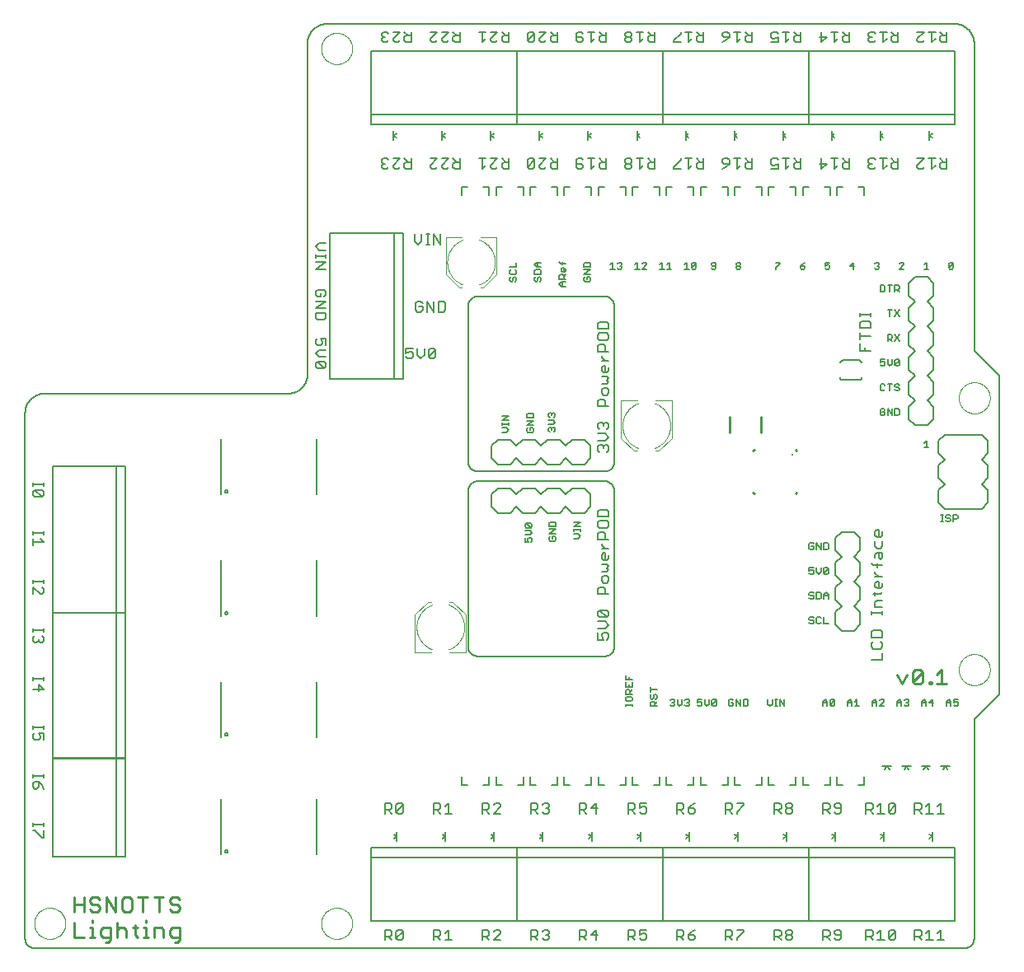
<source format=gto>
G75*
%MOIN*%
%OFA0B0*%
%FSLAX25Y25*%
%IPPOS*%
%LPD*%
%AMOC8*
5,1,8,0,0,1.08239X$1,22.5*
%
%ADD10C,0.00591*%
%ADD11C,0.00500*%
%ADD12C,0.00800*%
%ADD13C,0.01100*%
%ADD14C,0.00000*%
%ADD15C,0.00600*%
%ADD16C,0.00866*%
%ADD17C,0.01000*%
%ADD18C,0.01181*%
%ADD19C,0.00400*%
D10*
X0001500Y0005437D02*
X0001500Y0218035D01*
X0001502Y0218225D01*
X0001509Y0218415D01*
X0001521Y0218605D01*
X0001537Y0218795D01*
X0001557Y0218984D01*
X0001583Y0219173D01*
X0001612Y0219361D01*
X0001647Y0219548D01*
X0001686Y0219734D01*
X0001729Y0219919D01*
X0001777Y0220104D01*
X0001829Y0220287D01*
X0001885Y0220468D01*
X0001946Y0220648D01*
X0002012Y0220827D01*
X0002081Y0221004D01*
X0002155Y0221180D01*
X0002233Y0221353D01*
X0002316Y0221525D01*
X0002402Y0221694D01*
X0002492Y0221862D01*
X0002587Y0222027D01*
X0002685Y0222190D01*
X0002788Y0222350D01*
X0002894Y0222508D01*
X0003004Y0222663D01*
X0003117Y0222816D01*
X0003235Y0222966D01*
X0003356Y0223112D01*
X0003480Y0223256D01*
X0003608Y0223397D01*
X0003739Y0223535D01*
X0003874Y0223670D01*
X0004012Y0223801D01*
X0004153Y0223929D01*
X0004297Y0224053D01*
X0004443Y0224174D01*
X0004593Y0224292D01*
X0004746Y0224405D01*
X0004901Y0224515D01*
X0005059Y0224621D01*
X0005219Y0224724D01*
X0005382Y0224822D01*
X0005547Y0224917D01*
X0005715Y0225007D01*
X0005884Y0225093D01*
X0006056Y0225176D01*
X0006229Y0225254D01*
X0006405Y0225328D01*
X0006582Y0225397D01*
X0006761Y0225463D01*
X0006941Y0225524D01*
X0007122Y0225580D01*
X0007305Y0225632D01*
X0007490Y0225680D01*
X0007675Y0225723D01*
X0007861Y0225762D01*
X0008048Y0225797D01*
X0008236Y0225826D01*
X0008425Y0225852D01*
X0008614Y0225872D01*
X0008804Y0225888D01*
X0008994Y0225900D01*
X0009184Y0225907D01*
X0009374Y0225909D01*
X0107799Y0225909D01*
X0107989Y0225911D01*
X0108179Y0225918D01*
X0108369Y0225930D01*
X0108559Y0225946D01*
X0108748Y0225966D01*
X0108937Y0225992D01*
X0109125Y0226021D01*
X0109312Y0226056D01*
X0109498Y0226095D01*
X0109683Y0226138D01*
X0109868Y0226186D01*
X0110051Y0226238D01*
X0110232Y0226294D01*
X0110412Y0226355D01*
X0110591Y0226421D01*
X0110768Y0226490D01*
X0110944Y0226564D01*
X0111117Y0226642D01*
X0111289Y0226725D01*
X0111458Y0226811D01*
X0111626Y0226901D01*
X0111791Y0226996D01*
X0111954Y0227094D01*
X0112114Y0227197D01*
X0112272Y0227303D01*
X0112427Y0227413D01*
X0112580Y0227526D01*
X0112730Y0227644D01*
X0112876Y0227765D01*
X0113020Y0227889D01*
X0113161Y0228017D01*
X0113299Y0228148D01*
X0113434Y0228283D01*
X0113565Y0228421D01*
X0113693Y0228562D01*
X0113817Y0228706D01*
X0113938Y0228852D01*
X0114056Y0229002D01*
X0114169Y0229155D01*
X0114279Y0229310D01*
X0114385Y0229468D01*
X0114488Y0229628D01*
X0114586Y0229791D01*
X0114681Y0229956D01*
X0114771Y0230124D01*
X0114857Y0230293D01*
X0114940Y0230465D01*
X0115018Y0230638D01*
X0115092Y0230814D01*
X0115161Y0230991D01*
X0115227Y0231170D01*
X0115288Y0231350D01*
X0115344Y0231531D01*
X0115396Y0231714D01*
X0115444Y0231899D01*
X0115487Y0232084D01*
X0115526Y0232270D01*
X0115561Y0232457D01*
X0115590Y0232645D01*
X0115616Y0232834D01*
X0115636Y0233023D01*
X0115652Y0233213D01*
X0115664Y0233403D01*
X0115671Y0233593D01*
X0115673Y0233783D01*
X0115673Y0367642D01*
X0115675Y0367832D01*
X0115682Y0368022D01*
X0115694Y0368212D01*
X0115710Y0368402D01*
X0115730Y0368591D01*
X0115756Y0368780D01*
X0115785Y0368968D01*
X0115820Y0369155D01*
X0115859Y0369341D01*
X0115902Y0369526D01*
X0115950Y0369711D01*
X0116002Y0369894D01*
X0116058Y0370075D01*
X0116119Y0370255D01*
X0116185Y0370434D01*
X0116254Y0370611D01*
X0116328Y0370787D01*
X0116406Y0370960D01*
X0116489Y0371132D01*
X0116575Y0371301D01*
X0116665Y0371469D01*
X0116760Y0371634D01*
X0116858Y0371797D01*
X0116961Y0371957D01*
X0117067Y0372115D01*
X0117177Y0372270D01*
X0117290Y0372423D01*
X0117408Y0372573D01*
X0117529Y0372719D01*
X0117653Y0372863D01*
X0117781Y0373004D01*
X0117912Y0373142D01*
X0118047Y0373277D01*
X0118185Y0373408D01*
X0118326Y0373536D01*
X0118470Y0373660D01*
X0118616Y0373781D01*
X0118766Y0373899D01*
X0118919Y0374012D01*
X0119074Y0374122D01*
X0119232Y0374228D01*
X0119392Y0374331D01*
X0119555Y0374429D01*
X0119720Y0374524D01*
X0119888Y0374614D01*
X0120057Y0374700D01*
X0120229Y0374783D01*
X0120402Y0374861D01*
X0120578Y0374935D01*
X0120755Y0375004D01*
X0120934Y0375070D01*
X0121114Y0375131D01*
X0121295Y0375187D01*
X0121478Y0375239D01*
X0121663Y0375287D01*
X0121848Y0375330D01*
X0122034Y0375369D01*
X0122221Y0375404D01*
X0122409Y0375433D01*
X0122598Y0375459D01*
X0122787Y0375479D01*
X0122977Y0375495D01*
X0123167Y0375507D01*
X0123357Y0375514D01*
X0123547Y0375516D01*
X0377327Y0375516D01*
X0377517Y0375514D01*
X0377707Y0375507D01*
X0377897Y0375495D01*
X0378087Y0375479D01*
X0378276Y0375459D01*
X0378465Y0375433D01*
X0378653Y0375404D01*
X0378840Y0375369D01*
X0379026Y0375330D01*
X0379211Y0375287D01*
X0379396Y0375239D01*
X0379579Y0375187D01*
X0379760Y0375131D01*
X0379940Y0375070D01*
X0380119Y0375004D01*
X0380296Y0374935D01*
X0380472Y0374861D01*
X0380645Y0374783D01*
X0380817Y0374700D01*
X0380986Y0374614D01*
X0381154Y0374524D01*
X0381319Y0374429D01*
X0381482Y0374331D01*
X0381642Y0374228D01*
X0381800Y0374122D01*
X0381955Y0374012D01*
X0382108Y0373899D01*
X0382258Y0373781D01*
X0382404Y0373660D01*
X0382548Y0373536D01*
X0382689Y0373408D01*
X0382827Y0373277D01*
X0382962Y0373142D01*
X0383093Y0373004D01*
X0383221Y0372863D01*
X0383345Y0372719D01*
X0383466Y0372573D01*
X0383584Y0372423D01*
X0383697Y0372270D01*
X0383807Y0372115D01*
X0383913Y0371957D01*
X0384016Y0371797D01*
X0384114Y0371634D01*
X0384209Y0371469D01*
X0384299Y0371301D01*
X0384385Y0371132D01*
X0384468Y0370960D01*
X0384546Y0370787D01*
X0384620Y0370611D01*
X0384689Y0370434D01*
X0384755Y0370255D01*
X0384816Y0370075D01*
X0384872Y0369894D01*
X0384924Y0369711D01*
X0384972Y0369526D01*
X0385015Y0369341D01*
X0385054Y0369155D01*
X0385089Y0368968D01*
X0385118Y0368780D01*
X0385144Y0368591D01*
X0385164Y0368402D01*
X0385180Y0368212D01*
X0385192Y0368022D01*
X0385199Y0367832D01*
X0385201Y0367642D01*
X0385201Y0243177D01*
X0395201Y0233177D01*
X0395201Y0104177D01*
X0385201Y0094177D01*
X0385201Y0005437D01*
X0385199Y0005313D01*
X0385193Y0005190D01*
X0385184Y0005066D01*
X0385170Y0004944D01*
X0385153Y0004821D01*
X0385131Y0004699D01*
X0385106Y0004578D01*
X0385077Y0004458D01*
X0385045Y0004339D01*
X0385008Y0004220D01*
X0384968Y0004103D01*
X0384925Y0003988D01*
X0384877Y0003873D01*
X0384826Y0003761D01*
X0384772Y0003650D01*
X0384714Y0003540D01*
X0384653Y0003433D01*
X0384588Y0003327D01*
X0384520Y0003224D01*
X0384449Y0003123D01*
X0384375Y0003024D01*
X0384298Y0002927D01*
X0384217Y0002833D01*
X0384134Y0002742D01*
X0384048Y0002653D01*
X0383959Y0002567D01*
X0383868Y0002484D01*
X0383774Y0002403D01*
X0383677Y0002326D01*
X0383578Y0002252D01*
X0383477Y0002181D01*
X0383374Y0002113D01*
X0383268Y0002048D01*
X0383161Y0001987D01*
X0383051Y0001929D01*
X0382940Y0001875D01*
X0382828Y0001824D01*
X0382713Y0001776D01*
X0382598Y0001733D01*
X0382481Y0001693D01*
X0382362Y0001656D01*
X0382243Y0001624D01*
X0382123Y0001595D01*
X0382002Y0001570D01*
X0381880Y0001548D01*
X0381757Y0001531D01*
X0381635Y0001517D01*
X0381511Y0001508D01*
X0381388Y0001502D01*
X0381264Y0001500D01*
X0005437Y0001500D01*
X0005313Y0001502D01*
X0005190Y0001508D01*
X0005066Y0001517D01*
X0004944Y0001531D01*
X0004821Y0001548D01*
X0004699Y0001570D01*
X0004578Y0001595D01*
X0004458Y0001624D01*
X0004339Y0001656D01*
X0004220Y0001693D01*
X0004103Y0001733D01*
X0003988Y0001776D01*
X0003873Y0001824D01*
X0003761Y0001875D01*
X0003650Y0001929D01*
X0003540Y0001987D01*
X0003433Y0002048D01*
X0003327Y0002113D01*
X0003224Y0002181D01*
X0003123Y0002252D01*
X0003024Y0002326D01*
X0002927Y0002403D01*
X0002833Y0002484D01*
X0002742Y0002567D01*
X0002653Y0002653D01*
X0002567Y0002742D01*
X0002484Y0002833D01*
X0002403Y0002927D01*
X0002326Y0003024D01*
X0002252Y0003123D01*
X0002181Y0003224D01*
X0002113Y0003327D01*
X0002048Y0003433D01*
X0001987Y0003540D01*
X0001929Y0003650D01*
X0001875Y0003761D01*
X0001824Y0003873D01*
X0001776Y0003988D01*
X0001733Y0004103D01*
X0001693Y0004220D01*
X0001656Y0004339D01*
X0001624Y0004458D01*
X0001595Y0004578D01*
X0001570Y0004699D01*
X0001548Y0004821D01*
X0001531Y0004944D01*
X0001517Y0005066D01*
X0001508Y0005190D01*
X0001502Y0005313D01*
X0001500Y0005437D01*
X0180634Y0123547D02*
X0180634Y0186539D01*
X0180636Y0186663D01*
X0180642Y0186786D01*
X0180651Y0186910D01*
X0180665Y0187032D01*
X0180682Y0187155D01*
X0180704Y0187277D01*
X0180729Y0187398D01*
X0180758Y0187518D01*
X0180790Y0187637D01*
X0180827Y0187756D01*
X0180867Y0187873D01*
X0180910Y0187988D01*
X0180958Y0188103D01*
X0181009Y0188215D01*
X0181063Y0188326D01*
X0181121Y0188436D01*
X0181182Y0188543D01*
X0181247Y0188649D01*
X0181315Y0188752D01*
X0181386Y0188853D01*
X0181460Y0188952D01*
X0181537Y0189049D01*
X0181618Y0189143D01*
X0181701Y0189234D01*
X0181787Y0189323D01*
X0181876Y0189409D01*
X0181967Y0189492D01*
X0182061Y0189573D01*
X0182158Y0189650D01*
X0182257Y0189724D01*
X0182358Y0189795D01*
X0182461Y0189863D01*
X0182567Y0189928D01*
X0182674Y0189989D01*
X0182784Y0190047D01*
X0182895Y0190101D01*
X0183007Y0190152D01*
X0183122Y0190200D01*
X0183237Y0190243D01*
X0183354Y0190283D01*
X0183473Y0190320D01*
X0183592Y0190352D01*
X0183712Y0190381D01*
X0183833Y0190406D01*
X0183955Y0190428D01*
X0184078Y0190445D01*
X0184200Y0190459D01*
X0184324Y0190468D01*
X0184447Y0190474D01*
X0184571Y0190476D01*
X0235752Y0190476D01*
X0235876Y0190474D01*
X0235999Y0190468D01*
X0236123Y0190459D01*
X0236245Y0190445D01*
X0236368Y0190428D01*
X0236490Y0190406D01*
X0236611Y0190381D01*
X0236731Y0190352D01*
X0236850Y0190320D01*
X0236969Y0190283D01*
X0237086Y0190243D01*
X0237201Y0190200D01*
X0237316Y0190152D01*
X0237428Y0190101D01*
X0237539Y0190047D01*
X0237649Y0189989D01*
X0237756Y0189928D01*
X0237862Y0189863D01*
X0237965Y0189795D01*
X0238066Y0189724D01*
X0238165Y0189650D01*
X0238262Y0189573D01*
X0238356Y0189492D01*
X0238447Y0189409D01*
X0238536Y0189323D01*
X0238622Y0189234D01*
X0238705Y0189143D01*
X0238786Y0189049D01*
X0238863Y0188952D01*
X0238937Y0188853D01*
X0239008Y0188752D01*
X0239076Y0188649D01*
X0239141Y0188543D01*
X0239202Y0188436D01*
X0239260Y0188326D01*
X0239314Y0188215D01*
X0239365Y0188103D01*
X0239413Y0187988D01*
X0239456Y0187873D01*
X0239496Y0187756D01*
X0239533Y0187637D01*
X0239565Y0187518D01*
X0239594Y0187398D01*
X0239619Y0187277D01*
X0239641Y0187155D01*
X0239658Y0187032D01*
X0239672Y0186910D01*
X0239681Y0186786D01*
X0239687Y0186663D01*
X0239689Y0186539D01*
X0239689Y0123547D01*
X0239687Y0123423D01*
X0239681Y0123300D01*
X0239672Y0123176D01*
X0239658Y0123054D01*
X0239641Y0122931D01*
X0239619Y0122809D01*
X0239594Y0122688D01*
X0239565Y0122568D01*
X0239533Y0122449D01*
X0239496Y0122330D01*
X0239456Y0122213D01*
X0239413Y0122098D01*
X0239365Y0121983D01*
X0239314Y0121871D01*
X0239260Y0121760D01*
X0239202Y0121650D01*
X0239141Y0121543D01*
X0239076Y0121437D01*
X0239008Y0121334D01*
X0238937Y0121233D01*
X0238863Y0121134D01*
X0238786Y0121037D01*
X0238705Y0120943D01*
X0238622Y0120852D01*
X0238536Y0120763D01*
X0238447Y0120677D01*
X0238356Y0120594D01*
X0238262Y0120513D01*
X0238165Y0120436D01*
X0238066Y0120362D01*
X0237965Y0120291D01*
X0237862Y0120223D01*
X0237756Y0120158D01*
X0237649Y0120097D01*
X0237539Y0120039D01*
X0237428Y0119985D01*
X0237316Y0119934D01*
X0237201Y0119886D01*
X0237086Y0119843D01*
X0236969Y0119803D01*
X0236850Y0119766D01*
X0236731Y0119734D01*
X0236611Y0119705D01*
X0236490Y0119680D01*
X0236368Y0119658D01*
X0236245Y0119641D01*
X0236123Y0119627D01*
X0235999Y0119618D01*
X0235876Y0119612D01*
X0235752Y0119610D01*
X0184571Y0119610D01*
X0184447Y0119612D01*
X0184324Y0119618D01*
X0184200Y0119627D01*
X0184078Y0119641D01*
X0183955Y0119658D01*
X0183833Y0119680D01*
X0183712Y0119705D01*
X0183592Y0119734D01*
X0183473Y0119766D01*
X0183354Y0119803D01*
X0183237Y0119843D01*
X0183122Y0119886D01*
X0183007Y0119934D01*
X0182895Y0119985D01*
X0182784Y0120039D01*
X0182674Y0120097D01*
X0182567Y0120158D01*
X0182461Y0120223D01*
X0182358Y0120291D01*
X0182257Y0120362D01*
X0182158Y0120436D01*
X0182061Y0120513D01*
X0181967Y0120594D01*
X0181876Y0120677D01*
X0181787Y0120763D01*
X0181701Y0120852D01*
X0181618Y0120943D01*
X0181537Y0121037D01*
X0181460Y0121134D01*
X0181386Y0121233D01*
X0181315Y0121334D01*
X0181247Y0121437D01*
X0181182Y0121543D01*
X0181121Y0121650D01*
X0181063Y0121760D01*
X0181009Y0121871D01*
X0180958Y0121983D01*
X0180910Y0122098D01*
X0180867Y0122213D01*
X0180827Y0122330D01*
X0180790Y0122449D01*
X0180758Y0122568D01*
X0180729Y0122688D01*
X0180704Y0122809D01*
X0180682Y0122931D01*
X0180665Y0123054D01*
X0180651Y0123176D01*
X0180642Y0123300D01*
X0180636Y0123423D01*
X0180634Y0123547D01*
X0184571Y0194413D02*
X0235752Y0194413D01*
X0235876Y0194415D01*
X0235999Y0194421D01*
X0236123Y0194430D01*
X0236245Y0194444D01*
X0236368Y0194461D01*
X0236490Y0194483D01*
X0236611Y0194508D01*
X0236731Y0194537D01*
X0236850Y0194569D01*
X0236969Y0194606D01*
X0237086Y0194646D01*
X0237201Y0194689D01*
X0237316Y0194737D01*
X0237428Y0194788D01*
X0237539Y0194842D01*
X0237649Y0194900D01*
X0237756Y0194961D01*
X0237862Y0195026D01*
X0237965Y0195094D01*
X0238066Y0195165D01*
X0238165Y0195239D01*
X0238262Y0195316D01*
X0238356Y0195397D01*
X0238447Y0195480D01*
X0238536Y0195566D01*
X0238622Y0195655D01*
X0238705Y0195746D01*
X0238786Y0195840D01*
X0238863Y0195937D01*
X0238937Y0196036D01*
X0239008Y0196137D01*
X0239076Y0196240D01*
X0239141Y0196346D01*
X0239202Y0196453D01*
X0239260Y0196563D01*
X0239314Y0196674D01*
X0239365Y0196786D01*
X0239413Y0196901D01*
X0239456Y0197016D01*
X0239496Y0197133D01*
X0239533Y0197252D01*
X0239565Y0197371D01*
X0239594Y0197491D01*
X0239619Y0197612D01*
X0239641Y0197734D01*
X0239658Y0197857D01*
X0239672Y0197979D01*
X0239681Y0198103D01*
X0239687Y0198226D01*
X0239689Y0198350D01*
X0239689Y0261343D01*
X0239687Y0261467D01*
X0239681Y0261590D01*
X0239672Y0261714D01*
X0239658Y0261836D01*
X0239641Y0261959D01*
X0239619Y0262081D01*
X0239594Y0262202D01*
X0239565Y0262322D01*
X0239533Y0262441D01*
X0239496Y0262560D01*
X0239456Y0262677D01*
X0239413Y0262792D01*
X0239365Y0262907D01*
X0239314Y0263019D01*
X0239260Y0263130D01*
X0239202Y0263240D01*
X0239141Y0263347D01*
X0239076Y0263453D01*
X0239008Y0263556D01*
X0238937Y0263657D01*
X0238863Y0263756D01*
X0238786Y0263853D01*
X0238705Y0263947D01*
X0238622Y0264038D01*
X0238536Y0264127D01*
X0238447Y0264213D01*
X0238356Y0264296D01*
X0238262Y0264377D01*
X0238165Y0264454D01*
X0238066Y0264528D01*
X0237965Y0264599D01*
X0237862Y0264667D01*
X0237756Y0264732D01*
X0237649Y0264793D01*
X0237539Y0264851D01*
X0237428Y0264905D01*
X0237316Y0264956D01*
X0237201Y0265004D01*
X0237086Y0265047D01*
X0236969Y0265087D01*
X0236850Y0265124D01*
X0236731Y0265156D01*
X0236611Y0265185D01*
X0236490Y0265210D01*
X0236368Y0265232D01*
X0236245Y0265249D01*
X0236123Y0265263D01*
X0235999Y0265272D01*
X0235876Y0265278D01*
X0235752Y0265280D01*
X0184571Y0265280D01*
X0184447Y0265278D01*
X0184324Y0265272D01*
X0184200Y0265263D01*
X0184078Y0265249D01*
X0183955Y0265232D01*
X0183833Y0265210D01*
X0183712Y0265185D01*
X0183592Y0265156D01*
X0183473Y0265124D01*
X0183354Y0265087D01*
X0183237Y0265047D01*
X0183122Y0265004D01*
X0183007Y0264956D01*
X0182895Y0264905D01*
X0182784Y0264851D01*
X0182674Y0264793D01*
X0182567Y0264732D01*
X0182461Y0264667D01*
X0182358Y0264599D01*
X0182257Y0264528D01*
X0182158Y0264454D01*
X0182061Y0264377D01*
X0181967Y0264296D01*
X0181876Y0264213D01*
X0181787Y0264127D01*
X0181701Y0264038D01*
X0181618Y0263947D01*
X0181537Y0263853D01*
X0181460Y0263756D01*
X0181386Y0263657D01*
X0181315Y0263556D01*
X0181247Y0263453D01*
X0181182Y0263347D01*
X0181121Y0263240D01*
X0181063Y0263130D01*
X0181009Y0263019D01*
X0180958Y0262907D01*
X0180910Y0262792D01*
X0180867Y0262677D01*
X0180827Y0262560D01*
X0180790Y0262441D01*
X0180758Y0262322D01*
X0180729Y0262202D01*
X0180704Y0262081D01*
X0180682Y0261959D01*
X0180665Y0261836D01*
X0180651Y0261714D01*
X0180642Y0261590D01*
X0180636Y0261467D01*
X0180634Y0261343D01*
X0180634Y0198350D01*
X0180636Y0198226D01*
X0180642Y0198103D01*
X0180651Y0197979D01*
X0180665Y0197857D01*
X0180682Y0197734D01*
X0180704Y0197612D01*
X0180729Y0197491D01*
X0180758Y0197371D01*
X0180790Y0197252D01*
X0180827Y0197133D01*
X0180867Y0197016D01*
X0180910Y0196901D01*
X0180958Y0196786D01*
X0181009Y0196674D01*
X0181063Y0196563D01*
X0181121Y0196453D01*
X0181182Y0196346D01*
X0181247Y0196240D01*
X0181315Y0196137D01*
X0181386Y0196036D01*
X0181460Y0195937D01*
X0181537Y0195840D01*
X0181618Y0195746D01*
X0181701Y0195655D01*
X0181787Y0195566D01*
X0181876Y0195480D01*
X0181967Y0195397D01*
X0182061Y0195316D01*
X0182158Y0195239D01*
X0182257Y0195165D01*
X0182358Y0195094D01*
X0182461Y0195026D01*
X0182567Y0194961D01*
X0182674Y0194900D01*
X0182784Y0194842D01*
X0182895Y0194788D01*
X0183007Y0194737D01*
X0183122Y0194689D01*
X0183237Y0194646D01*
X0183354Y0194606D01*
X0183473Y0194569D01*
X0183592Y0194537D01*
X0183712Y0194508D01*
X0183833Y0194483D01*
X0183955Y0194461D01*
X0184078Y0194444D01*
X0184200Y0194430D01*
X0184324Y0194421D01*
X0184447Y0194415D01*
X0184571Y0194413D01*
D11*
X0194335Y0210254D02*
X0196137Y0210254D01*
X0197037Y0211155D01*
X0196137Y0212055D01*
X0194335Y0212055D01*
X0194335Y0213200D02*
X0194335Y0214101D01*
X0194335Y0213651D02*
X0197037Y0213651D01*
X0197037Y0214101D02*
X0197037Y0213200D01*
X0197037Y0215165D02*
X0194335Y0215165D01*
X0197037Y0216966D01*
X0194335Y0216966D01*
X0204335Y0217498D02*
X0204335Y0216147D01*
X0207037Y0216147D01*
X0207037Y0217498D01*
X0206587Y0217949D01*
X0204785Y0217949D01*
X0204335Y0217498D01*
X0204335Y0215002D02*
X0207037Y0215002D01*
X0204335Y0213200D01*
X0207037Y0213200D01*
X0206587Y0212055D02*
X0205686Y0212055D01*
X0205686Y0211155D01*
X0204785Y0212055D02*
X0204335Y0211605D01*
X0204335Y0210704D01*
X0204785Y0210254D01*
X0206587Y0210254D01*
X0207037Y0210704D01*
X0207037Y0211605D01*
X0206587Y0212055D01*
X0213115Y0211763D02*
X0213115Y0210862D01*
X0213565Y0210411D01*
X0214466Y0211312D02*
X0214466Y0211763D01*
X0214916Y0212213D01*
X0215367Y0212213D01*
X0215817Y0211763D01*
X0215817Y0210862D01*
X0215367Y0210411D01*
X0214466Y0211763D02*
X0214015Y0212213D01*
X0213565Y0212213D01*
X0213115Y0211763D01*
X0213115Y0213358D02*
X0214916Y0213358D01*
X0215817Y0214259D01*
X0214916Y0215159D01*
X0213115Y0215159D01*
X0213565Y0216304D02*
X0213115Y0216755D01*
X0213115Y0217656D01*
X0213565Y0218106D01*
X0214015Y0218106D01*
X0214466Y0217656D01*
X0214916Y0218106D01*
X0215367Y0218106D01*
X0215817Y0217656D01*
X0215817Y0216755D01*
X0215367Y0216304D01*
X0214466Y0217205D02*
X0214466Y0217656D01*
X0213734Y0173991D02*
X0213283Y0173540D01*
X0213283Y0172189D01*
X0215985Y0172189D01*
X0215985Y0173540D01*
X0215535Y0173991D01*
X0213734Y0173991D01*
X0213283Y0171044D02*
X0215985Y0171044D01*
X0213283Y0169243D01*
X0215985Y0169243D01*
X0215535Y0168098D02*
X0214634Y0168098D01*
X0214634Y0167197D01*
X0213734Y0166296D02*
X0215535Y0166296D01*
X0215985Y0166747D01*
X0215985Y0167647D01*
X0215535Y0168098D01*
X0213734Y0168098D02*
X0213283Y0167647D01*
X0213283Y0166747D01*
X0213734Y0166296D01*
X0206419Y0166195D02*
X0205968Y0165745D01*
X0206419Y0166195D02*
X0206419Y0167096D01*
X0205968Y0167547D01*
X0205067Y0167547D01*
X0204617Y0167096D01*
X0204617Y0166646D01*
X0205067Y0165745D01*
X0203716Y0165745D01*
X0203716Y0167547D01*
X0203716Y0168692D02*
X0205518Y0168692D01*
X0206419Y0169592D01*
X0205518Y0170493D01*
X0203716Y0170493D01*
X0204167Y0171638D02*
X0203716Y0172089D01*
X0203716Y0172989D01*
X0204167Y0173440D01*
X0205968Y0171638D01*
X0206419Y0172089D01*
X0206419Y0172989D01*
X0205968Y0173440D01*
X0204167Y0173440D01*
X0204167Y0171638D02*
X0205968Y0171638D01*
X0223283Y0171126D02*
X0223283Y0170225D01*
X0223283Y0170675D02*
X0225985Y0170675D01*
X0225985Y0170225D02*
X0225985Y0171126D01*
X0225985Y0172189D02*
X0223283Y0172189D01*
X0225985Y0173991D01*
X0223283Y0173991D01*
X0223283Y0169080D02*
X0225085Y0169080D01*
X0225985Y0168179D01*
X0225085Y0167278D01*
X0223283Y0167278D01*
X0244248Y0111993D02*
X0244248Y0110191D01*
X0246951Y0110191D01*
X0246951Y0109046D02*
X0246951Y0107245D01*
X0244248Y0107245D01*
X0244248Y0109046D01*
X0245600Y0108146D02*
X0245600Y0107245D01*
X0245600Y0106100D02*
X0246050Y0105649D01*
X0246050Y0104298D01*
X0246951Y0104298D02*
X0244248Y0104298D01*
X0244248Y0105649D01*
X0244699Y0106100D01*
X0245600Y0106100D01*
X0246050Y0105199D02*
X0246951Y0106100D01*
X0246500Y0103153D02*
X0244699Y0103153D01*
X0244248Y0102703D01*
X0244248Y0101802D01*
X0244699Y0101352D01*
X0246500Y0101352D01*
X0246951Y0101802D01*
X0246951Y0102703D01*
X0246500Y0103153D01*
X0246951Y0100288D02*
X0246951Y0099387D01*
X0246951Y0099838D02*
X0244248Y0099838D01*
X0244248Y0100288D02*
X0244248Y0099387D01*
X0254248Y0099387D02*
X0254248Y0100739D01*
X0254699Y0101189D01*
X0255600Y0101189D01*
X0256050Y0100739D01*
X0256050Y0099387D01*
X0256951Y0099387D02*
X0254248Y0099387D01*
X0256050Y0100288D02*
X0256951Y0101189D01*
X0256500Y0102334D02*
X0256951Y0102784D01*
X0256951Y0103685D01*
X0256500Y0104135D01*
X0256050Y0104135D01*
X0255600Y0103685D01*
X0255600Y0102784D01*
X0255149Y0102334D01*
X0254699Y0102334D01*
X0254248Y0102784D01*
X0254248Y0103685D01*
X0254699Y0104135D01*
X0254248Y0105280D02*
X0254248Y0107082D01*
X0254248Y0106181D02*
X0256951Y0106181D01*
X0262271Y0101679D02*
X0262721Y0102129D01*
X0263622Y0102129D01*
X0264072Y0101679D01*
X0264072Y0101229D01*
X0263622Y0100778D01*
X0264072Y0100328D01*
X0264072Y0099878D01*
X0263622Y0099427D01*
X0262721Y0099427D01*
X0262271Y0099878D01*
X0263172Y0100778D02*
X0263622Y0100778D01*
X0265217Y0100328D02*
X0266118Y0099427D01*
X0267019Y0100328D01*
X0267019Y0102129D01*
X0268164Y0101679D02*
X0268614Y0102129D01*
X0269515Y0102129D01*
X0269965Y0101679D01*
X0269965Y0101229D01*
X0269515Y0100778D01*
X0269965Y0100328D01*
X0269965Y0099878D01*
X0269515Y0099427D01*
X0268614Y0099427D01*
X0268164Y0099878D01*
X0269065Y0100778D02*
X0269515Y0100778D01*
X0273271Y0100778D02*
X0273271Y0102129D01*
X0275072Y0102129D01*
X0274622Y0101229D02*
X0275072Y0100778D01*
X0275072Y0099878D01*
X0274622Y0099427D01*
X0273721Y0099427D01*
X0273271Y0099878D01*
X0273271Y0100778D02*
X0274172Y0101229D01*
X0274622Y0101229D01*
X0276217Y0102129D02*
X0276217Y0100328D01*
X0277118Y0099427D01*
X0278019Y0100328D01*
X0278019Y0102129D01*
X0279164Y0101679D02*
X0279614Y0102129D01*
X0280515Y0102129D01*
X0280965Y0101679D01*
X0279164Y0099878D01*
X0279614Y0099427D01*
X0280515Y0099427D01*
X0280965Y0099878D01*
X0280965Y0101679D01*
X0279164Y0101679D02*
X0279164Y0099878D01*
X0285991Y0099878D02*
X0286441Y0099427D01*
X0287342Y0099427D01*
X0287792Y0099878D01*
X0287792Y0100778D01*
X0286891Y0100778D01*
X0285991Y0099878D02*
X0285991Y0101679D01*
X0286441Y0102129D01*
X0287342Y0102129D01*
X0287792Y0101679D01*
X0288937Y0102129D02*
X0288937Y0099427D01*
X0290739Y0099427D02*
X0288937Y0102129D01*
X0290739Y0102129D02*
X0290739Y0099427D01*
X0291884Y0099427D02*
X0293235Y0099427D01*
X0293685Y0099878D01*
X0293685Y0101679D01*
X0293235Y0102129D01*
X0291884Y0102129D01*
X0291884Y0099427D01*
X0301771Y0100328D02*
X0302672Y0099427D01*
X0303572Y0100328D01*
X0303572Y0102129D01*
X0304717Y0102129D02*
X0305618Y0102129D01*
X0305168Y0102129D02*
X0305168Y0099427D01*
X0305618Y0099427D02*
X0304717Y0099427D01*
X0306682Y0099427D02*
X0306682Y0102129D01*
X0308483Y0099427D01*
X0308483Y0102129D01*
X0301771Y0102129D02*
X0301771Y0100328D01*
X0323951Y0100778D02*
X0325752Y0100778D01*
X0325752Y0101229D02*
X0325752Y0099427D01*
X0326897Y0099878D02*
X0328699Y0101679D01*
X0328699Y0099878D01*
X0328248Y0099427D01*
X0327348Y0099427D01*
X0326897Y0099878D01*
X0326897Y0101679D01*
X0327348Y0102129D01*
X0328248Y0102129D01*
X0328699Y0101679D01*
X0325752Y0101229D02*
X0324852Y0102129D01*
X0323951Y0101229D01*
X0323951Y0099427D01*
X0333951Y0099427D02*
X0333951Y0101229D01*
X0334852Y0102129D01*
X0335752Y0101229D01*
X0335752Y0099427D01*
X0336897Y0099427D02*
X0338699Y0099427D01*
X0337798Y0099427D02*
X0337798Y0102129D01*
X0336897Y0101229D01*
X0335752Y0100778D02*
X0333951Y0100778D01*
X0343951Y0100778D02*
X0345752Y0100778D01*
X0345752Y0101229D02*
X0345752Y0099427D01*
X0346897Y0099427D02*
X0348699Y0101229D01*
X0348699Y0101679D01*
X0348248Y0102129D01*
X0347348Y0102129D01*
X0346897Y0101679D01*
X0345752Y0101229D02*
X0344852Y0102129D01*
X0343951Y0101229D01*
X0343951Y0099427D01*
X0346897Y0099427D02*
X0348699Y0099427D01*
X0353951Y0099427D02*
X0353951Y0101229D01*
X0354852Y0102129D01*
X0355752Y0101229D01*
X0355752Y0099427D01*
X0356897Y0099878D02*
X0357348Y0099427D01*
X0358248Y0099427D01*
X0358699Y0099878D01*
X0358699Y0100328D01*
X0358248Y0100778D01*
X0357798Y0100778D01*
X0358248Y0100778D02*
X0358699Y0101229D01*
X0358699Y0101679D01*
X0358248Y0102129D01*
X0357348Y0102129D01*
X0356897Y0101679D01*
X0355752Y0100778D02*
X0353951Y0100778D01*
X0363951Y0100778D02*
X0365752Y0100778D01*
X0365752Y0101229D02*
X0365752Y0099427D01*
X0366897Y0100778D02*
X0368699Y0100778D01*
X0368248Y0099427D02*
X0368248Y0102129D01*
X0366897Y0100778D01*
X0365752Y0101229D02*
X0364852Y0102129D01*
X0363951Y0101229D01*
X0363951Y0099427D01*
X0373951Y0099427D02*
X0373951Y0101229D01*
X0374852Y0102129D01*
X0375752Y0101229D01*
X0375752Y0099427D01*
X0376897Y0099878D02*
X0377348Y0099427D01*
X0378248Y0099427D01*
X0378699Y0099878D01*
X0378699Y0100778D01*
X0378248Y0101229D01*
X0377798Y0101229D01*
X0376897Y0100778D01*
X0376897Y0102129D01*
X0378699Y0102129D01*
X0375752Y0100778D02*
X0373951Y0100778D01*
X0326196Y0132802D02*
X0324394Y0132802D01*
X0324394Y0135504D01*
X0323249Y0135054D02*
X0322799Y0135504D01*
X0321898Y0135504D01*
X0321448Y0135054D01*
X0321448Y0133252D01*
X0321898Y0132802D01*
X0322799Y0132802D01*
X0323249Y0133252D01*
X0320303Y0133252D02*
X0319852Y0132802D01*
X0318951Y0132802D01*
X0318501Y0133252D01*
X0318951Y0134153D02*
X0319852Y0134153D01*
X0320303Y0133703D01*
X0320303Y0133252D01*
X0318951Y0134153D02*
X0318501Y0134604D01*
X0318501Y0135054D01*
X0318951Y0135504D01*
X0319852Y0135504D01*
X0320303Y0135054D01*
X0319852Y0142802D02*
X0318951Y0142802D01*
X0318501Y0143252D01*
X0318951Y0144153D02*
X0319852Y0144153D01*
X0320303Y0143703D01*
X0320303Y0143252D01*
X0319852Y0142802D01*
X0321448Y0142802D02*
X0321448Y0145504D01*
X0322799Y0145504D01*
X0323249Y0145054D01*
X0323249Y0143252D01*
X0322799Y0142802D01*
X0321448Y0142802D01*
X0320303Y0145054D02*
X0319852Y0145504D01*
X0318951Y0145504D01*
X0318501Y0145054D01*
X0318501Y0144604D01*
X0318951Y0144153D01*
X0324394Y0144153D02*
X0326196Y0144153D01*
X0326196Y0144604D02*
X0326196Y0142802D01*
X0326196Y0144604D02*
X0325295Y0145504D01*
X0324394Y0144604D01*
X0324394Y0142802D01*
X0324844Y0152802D02*
X0324394Y0153252D01*
X0326196Y0155054D01*
X0326196Y0153252D01*
X0325745Y0152802D01*
X0324844Y0152802D01*
X0324394Y0153252D02*
X0324394Y0155054D01*
X0324844Y0155504D01*
X0325745Y0155504D01*
X0326196Y0155054D01*
X0323249Y0155504D02*
X0323249Y0153703D01*
X0322348Y0152802D01*
X0321448Y0153703D01*
X0321448Y0155504D01*
X0320303Y0155504D02*
X0318501Y0155504D01*
X0318501Y0154153D01*
X0319402Y0154604D01*
X0319852Y0154604D01*
X0320303Y0154153D01*
X0320303Y0153252D01*
X0319852Y0152802D01*
X0318951Y0152802D01*
X0318501Y0153252D01*
X0318951Y0162802D02*
X0319852Y0162802D01*
X0320303Y0163252D01*
X0320303Y0164153D01*
X0319402Y0164153D01*
X0320303Y0165054D02*
X0319852Y0165504D01*
X0318951Y0165504D01*
X0318501Y0165054D01*
X0318501Y0163252D01*
X0318951Y0162802D01*
X0321448Y0162802D02*
X0321448Y0165504D01*
X0323249Y0162802D01*
X0323249Y0165504D01*
X0324394Y0165504D02*
X0325745Y0165504D01*
X0326196Y0165054D01*
X0326196Y0163252D01*
X0325745Y0162802D01*
X0324394Y0162802D01*
X0324394Y0165504D01*
X0364945Y0204062D02*
X0366747Y0204062D01*
X0365846Y0204062D02*
X0365846Y0206764D01*
X0364945Y0205863D01*
X0354485Y0217054D02*
X0354936Y0217504D01*
X0354936Y0219306D01*
X0354485Y0219756D01*
X0353134Y0219756D01*
X0353134Y0217054D01*
X0354485Y0217054D01*
X0351989Y0217054D02*
X0351989Y0219756D01*
X0350188Y0219756D02*
X0351989Y0217054D01*
X0350188Y0217054D02*
X0350188Y0219756D01*
X0349043Y0219306D02*
X0348592Y0219756D01*
X0347692Y0219756D01*
X0347241Y0219306D01*
X0347241Y0217504D01*
X0347692Y0217054D01*
X0348592Y0217054D01*
X0349043Y0217504D01*
X0349043Y0218405D01*
X0348142Y0218405D01*
X0348592Y0227054D02*
X0349043Y0227504D01*
X0348592Y0227054D02*
X0347692Y0227054D01*
X0347241Y0227504D01*
X0347241Y0229306D01*
X0347692Y0229756D01*
X0348592Y0229756D01*
X0349043Y0229306D01*
X0350188Y0229756D02*
X0351989Y0229756D01*
X0351088Y0229756D02*
X0351088Y0227054D01*
X0353134Y0227504D02*
X0353585Y0227054D01*
X0354485Y0227054D01*
X0354936Y0227504D01*
X0354936Y0227955D01*
X0354485Y0228405D01*
X0353585Y0228405D01*
X0353134Y0228855D01*
X0353134Y0229306D01*
X0353585Y0229756D01*
X0354485Y0229756D01*
X0354936Y0229306D01*
X0354485Y0237054D02*
X0353585Y0237054D01*
X0353134Y0237504D01*
X0354936Y0239306D01*
X0354936Y0237504D01*
X0354485Y0237054D01*
X0353134Y0237504D02*
X0353134Y0239306D01*
X0353585Y0239756D01*
X0354485Y0239756D01*
X0354936Y0239306D01*
X0351989Y0239756D02*
X0351989Y0237955D01*
X0351088Y0237054D01*
X0350188Y0237955D01*
X0350188Y0239756D01*
X0349043Y0239756D02*
X0347241Y0239756D01*
X0347241Y0238405D01*
X0348142Y0238855D01*
X0348592Y0238855D01*
X0349043Y0238405D01*
X0349043Y0237504D01*
X0348592Y0237054D01*
X0347692Y0237054D01*
X0347241Y0237504D01*
X0350188Y0247054D02*
X0350188Y0249756D01*
X0351539Y0249756D01*
X0351989Y0249306D01*
X0351989Y0248405D01*
X0351539Y0247955D01*
X0350188Y0247955D01*
X0351088Y0247955D02*
X0351989Y0247054D01*
X0353134Y0247054D02*
X0354936Y0249756D01*
X0353134Y0249756D02*
X0354936Y0247054D01*
X0354936Y0257054D02*
X0353134Y0259756D01*
X0351989Y0259756D02*
X0350188Y0259756D01*
X0351088Y0259756D02*
X0351088Y0257054D01*
X0353134Y0257054D02*
X0354936Y0259756D01*
X0354936Y0267054D02*
X0354035Y0267955D01*
X0354485Y0267955D02*
X0353134Y0267955D01*
X0353134Y0267054D02*
X0353134Y0269756D01*
X0354485Y0269756D01*
X0354936Y0269306D01*
X0354936Y0268405D01*
X0354485Y0267955D01*
X0351989Y0269756D02*
X0350188Y0269756D01*
X0351088Y0269756D02*
X0351088Y0267054D01*
X0349043Y0267504D02*
X0349043Y0269306D01*
X0348592Y0269756D01*
X0347241Y0269756D01*
X0347241Y0267054D01*
X0348592Y0267054D01*
X0349043Y0267504D01*
X0346355Y0276227D02*
X0345455Y0276227D01*
X0345004Y0276678D01*
X0345905Y0277578D02*
X0346355Y0277578D01*
X0346806Y0277128D01*
X0346806Y0276678D01*
X0346355Y0276227D01*
X0346355Y0277578D02*
X0346806Y0278029D01*
X0346806Y0278479D01*
X0346355Y0278929D01*
X0345455Y0278929D01*
X0345004Y0278479D01*
X0336806Y0277578D02*
X0335004Y0277578D01*
X0336355Y0278929D01*
X0336355Y0276227D01*
X0326806Y0276678D02*
X0326355Y0276227D01*
X0325455Y0276227D01*
X0325004Y0276678D01*
X0325004Y0277578D02*
X0325905Y0278029D01*
X0326355Y0278029D01*
X0326806Y0277578D01*
X0326806Y0276678D01*
X0325004Y0277578D02*
X0325004Y0278929D01*
X0326806Y0278929D01*
X0316806Y0278929D02*
X0315905Y0278479D01*
X0315004Y0277578D01*
X0316355Y0277578D01*
X0316806Y0277128D01*
X0316806Y0276678D01*
X0316355Y0276227D01*
X0315455Y0276227D01*
X0315004Y0276678D01*
X0315004Y0277578D01*
X0306806Y0278479D02*
X0305004Y0276678D01*
X0305004Y0276227D01*
X0305004Y0278929D02*
X0306806Y0278929D01*
X0306806Y0278479D01*
X0290806Y0278479D02*
X0290806Y0278029D01*
X0290355Y0277578D01*
X0289455Y0277578D01*
X0289004Y0278029D01*
X0289004Y0278479D01*
X0289455Y0278929D01*
X0290355Y0278929D01*
X0290806Y0278479D01*
X0290355Y0277578D02*
X0290806Y0277128D01*
X0290806Y0276678D01*
X0290355Y0276227D01*
X0289455Y0276227D01*
X0289004Y0276678D01*
X0289004Y0277128D01*
X0289455Y0277578D01*
X0280806Y0277578D02*
X0279455Y0277578D01*
X0279004Y0278029D01*
X0279004Y0278479D01*
X0279455Y0278929D01*
X0280355Y0278929D01*
X0280806Y0278479D01*
X0280806Y0276678D01*
X0280355Y0276227D01*
X0279455Y0276227D01*
X0279004Y0276678D01*
X0272806Y0276678D02*
X0272355Y0276227D01*
X0271455Y0276227D01*
X0271004Y0276678D01*
X0272806Y0278479D01*
X0272806Y0276678D01*
X0272806Y0278479D02*
X0272355Y0278929D01*
X0271455Y0278929D01*
X0271004Y0278479D01*
X0271004Y0276678D01*
X0269859Y0276227D02*
X0268058Y0276227D01*
X0268959Y0276227D02*
X0268959Y0278929D01*
X0268058Y0278029D01*
X0262806Y0276227D02*
X0261004Y0276227D01*
X0261905Y0276227D02*
X0261905Y0278929D01*
X0261004Y0278029D01*
X0259859Y0276227D02*
X0258058Y0276227D01*
X0258959Y0276227D02*
X0258959Y0278929D01*
X0258058Y0278029D01*
X0252806Y0278029D02*
X0252806Y0278479D01*
X0252355Y0278929D01*
X0251455Y0278929D01*
X0251004Y0278479D01*
X0252806Y0278029D02*
X0251004Y0276227D01*
X0252806Y0276227D01*
X0249859Y0276227D02*
X0248058Y0276227D01*
X0248959Y0276227D02*
X0248959Y0278929D01*
X0248058Y0278029D01*
X0242806Y0278029D02*
X0242355Y0277578D01*
X0242806Y0277128D01*
X0242806Y0276678D01*
X0242355Y0276227D01*
X0241455Y0276227D01*
X0241004Y0276678D01*
X0239859Y0276227D02*
X0238058Y0276227D01*
X0238959Y0276227D02*
X0238959Y0278929D01*
X0238058Y0278029D01*
X0241004Y0278479D02*
X0241455Y0278929D01*
X0242355Y0278929D01*
X0242806Y0278479D01*
X0242806Y0278029D01*
X0242355Y0277578D02*
X0241905Y0277578D01*
X0230119Y0277150D02*
X0230119Y0278501D01*
X0229669Y0278951D01*
X0227867Y0278951D01*
X0227417Y0278501D01*
X0227417Y0277150D01*
X0230119Y0277150D01*
X0230119Y0276005D02*
X0227417Y0276005D01*
X0227417Y0274203D02*
X0230119Y0276005D01*
X0230119Y0274203D02*
X0227417Y0274203D01*
X0227867Y0273058D02*
X0227417Y0272608D01*
X0227417Y0271707D01*
X0227867Y0271257D01*
X0229669Y0271257D01*
X0230119Y0271707D01*
X0230119Y0272608D01*
X0229669Y0273058D01*
X0228768Y0273058D01*
X0228768Y0272158D01*
X0220151Y0272239D02*
X0217448Y0272239D01*
X0217448Y0273590D01*
X0217899Y0274041D01*
X0218800Y0274041D01*
X0219250Y0273590D01*
X0219250Y0272239D01*
X0219250Y0273140D02*
X0220151Y0274041D01*
X0219700Y0275186D02*
X0218800Y0275186D01*
X0218349Y0275636D01*
X0218349Y0276537D01*
X0218800Y0276987D01*
X0219250Y0276987D01*
X0219250Y0275186D01*
X0219700Y0275186D02*
X0220151Y0275636D01*
X0220151Y0276537D01*
X0220151Y0278582D02*
X0217899Y0278582D01*
X0217448Y0279033D01*
X0218800Y0279033D02*
X0218800Y0278132D01*
X0218800Y0271094D02*
X0218800Y0269293D01*
X0218349Y0269293D02*
X0217448Y0270193D01*
X0218349Y0271094D01*
X0220151Y0271094D01*
X0220151Y0269293D02*
X0218349Y0269293D01*
X0210151Y0271707D02*
X0209700Y0271257D01*
X0210151Y0271707D02*
X0210151Y0272608D01*
X0209700Y0273058D01*
X0209250Y0273058D01*
X0208800Y0272608D01*
X0208800Y0271707D01*
X0208349Y0271257D01*
X0207899Y0271257D01*
X0207448Y0271707D01*
X0207448Y0272608D01*
X0207899Y0273058D01*
X0207448Y0274203D02*
X0207448Y0275555D01*
X0207899Y0276005D01*
X0209700Y0276005D01*
X0210151Y0275555D01*
X0210151Y0274203D01*
X0207448Y0274203D01*
X0208349Y0277150D02*
X0207448Y0278051D01*
X0208349Y0278951D01*
X0210151Y0278951D01*
X0208800Y0278951D02*
X0208800Y0277150D01*
X0208349Y0277150D02*
X0210151Y0277150D01*
X0200151Y0277150D02*
X0200151Y0278951D01*
X0200151Y0277150D02*
X0197448Y0277150D01*
X0197899Y0276005D02*
X0197448Y0275555D01*
X0197448Y0274654D01*
X0197899Y0274203D01*
X0199700Y0274203D01*
X0200151Y0274654D01*
X0200151Y0275555D01*
X0199700Y0276005D01*
X0199700Y0273058D02*
X0200151Y0272608D01*
X0200151Y0271707D01*
X0199700Y0271257D01*
X0198800Y0271707D02*
X0198800Y0272608D01*
X0199250Y0273058D01*
X0199700Y0273058D01*
X0198800Y0271707D02*
X0198349Y0271257D01*
X0197899Y0271257D01*
X0197448Y0271707D01*
X0197448Y0272608D01*
X0197899Y0273058D01*
X0355004Y0276227D02*
X0356806Y0278029D01*
X0356806Y0278479D01*
X0356355Y0278929D01*
X0355455Y0278929D01*
X0355004Y0278479D01*
X0355004Y0276227D02*
X0356806Y0276227D01*
X0365004Y0276227D02*
X0366806Y0276227D01*
X0365905Y0276227D02*
X0365905Y0278929D01*
X0365004Y0278029D01*
X0375004Y0278479D02*
X0375455Y0278929D01*
X0376355Y0278929D01*
X0376806Y0278479D01*
X0375004Y0276678D01*
X0375455Y0276227D01*
X0376355Y0276227D01*
X0376806Y0276678D01*
X0376806Y0278479D01*
X0375004Y0278479D02*
X0375004Y0276678D01*
X0375144Y0176893D02*
X0374243Y0176893D01*
X0373793Y0176443D01*
X0373793Y0175992D01*
X0374243Y0175542D01*
X0375144Y0175542D01*
X0375595Y0175092D01*
X0375595Y0174641D01*
X0375144Y0174191D01*
X0374243Y0174191D01*
X0373793Y0174641D01*
X0372730Y0174191D02*
X0371829Y0174191D01*
X0372279Y0174191D02*
X0372279Y0176893D01*
X0371829Y0176893D02*
X0372730Y0176893D01*
X0375144Y0176893D02*
X0375595Y0176443D01*
X0376740Y0176893D02*
X0378091Y0176893D01*
X0378541Y0176443D01*
X0378541Y0175542D01*
X0378091Y0175092D01*
X0376740Y0175092D01*
X0376740Y0174191D02*
X0376740Y0176893D01*
X0265217Y0102129D02*
X0265217Y0100328D01*
X0245600Y0110191D02*
X0245600Y0111092D01*
D12*
X0236620Y0126309D02*
X0237320Y0127010D01*
X0237320Y0128411D01*
X0236620Y0129112D01*
X0235219Y0129112D01*
X0234518Y0128411D01*
X0234518Y0127711D01*
X0235219Y0126309D01*
X0233117Y0126309D01*
X0233117Y0129112D01*
X0233117Y0130913D02*
X0235919Y0130913D01*
X0237320Y0132315D01*
X0235919Y0133716D01*
X0233117Y0133716D01*
X0233817Y0135517D02*
X0233117Y0136218D01*
X0233117Y0137619D01*
X0233817Y0138320D01*
X0236620Y0135517D01*
X0237320Y0136218D01*
X0237320Y0137619D01*
X0236620Y0138320D01*
X0233817Y0138320D01*
X0233817Y0135517D02*
X0236620Y0135517D01*
X0237320Y0144725D02*
X0233117Y0144725D01*
X0233117Y0146827D01*
X0233817Y0147528D01*
X0235219Y0147528D01*
X0235919Y0146827D01*
X0235919Y0144725D01*
X0235219Y0149329D02*
X0236620Y0149329D01*
X0237320Y0150030D01*
X0237320Y0151431D01*
X0236620Y0152131D01*
X0235219Y0152131D01*
X0234518Y0151431D01*
X0234518Y0150030D01*
X0235219Y0149329D01*
X0234518Y0153933D02*
X0236620Y0153933D01*
X0237320Y0154634D01*
X0236620Y0155334D01*
X0237320Y0156035D01*
X0236620Y0156735D01*
X0234518Y0156735D01*
X0235219Y0158537D02*
X0234518Y0159238D01*
X0234518Y0160639D01*
X0235219Y0161339D01*
X0235919Y0161339D01*
X0235919Y0158537D01*
X0235219Y0158537D02*
X0236620Y0158537D01*
X0237320Y0159238D01*
X0237320Y0160639D01*
X0237320Y0163141D02*
X0234518Y0163141D01*
X0234518Y0164542D02*
X0234518Y0165243D01*
X0234518Y0164542D02*
X0235919Y0163141D01*
X0235919Y0166977D02*
X0235919Y0169079D01*
X0235219Y0169780D01*
X0233817Y0169780D01*
X0233117Y0169079D01*
X0233117Y0166977D01*
X0237320Y0166977D01*
X0236620Y0171581D02*
X0233817Y0171581D01*
X0233117Y0172282D01*
X0233117Y0173683D01*
X0233817Y0174384D01*
X0236620Y0174384D01*
X0237320Y0173683D01*
X0237320Y0172282D01*
X0236620Y0171581D01*
X0237320Y0176185D02*
X0233117Y0176185D01*
X0233117Y0178287D01*
X0233817Y0178988D01*
X0236620Y0178988D01*
X0237320Y0178287D01*
X0237320Y0176185D01*
X0230161Y0180102D02*
X0227661Y0177602D01*
X0222661Y0177602D01*
X0220161Y0180102D01*
X0217661Y0177602D01*
X0212661Y0177602D01*
X0210161Y0180102D01*
X0207661Y0177602D01*
X0202661Y0177602D01*
X0200161Y0180102D01*
X0197661Y0177602D01*
X0192661Y0177602D01*
X0190161Y0180102D01*
X0190161Y0185102D01*
X0192661Y0187602D01*
X0197661Y0187602D01*
X0200161Y0185102D01*
X0202661Y0187602D01*
X0207661Y0187602D01*
X0210161Y0185102D01*
X0212661Y0187602D01*
X0217661Y0187602D01*
X0220161Y0185102D01*
X0222661Y0187602D01*
X0227661Y0187602D01*
X0230161Y0185102D01*
X0230161Y0180102D01*
X0227661Y0197287D02*
X0222661Y0197287D01*
X0220161Y0199787D01*
X0217661Y0197287D01*
X0212661Y0197287D01*
X0210161Y0199787D01*
X0207661Y0197287D01*
X0202661Y0197287D01*
X0200161Y0199787D01*
X0197661Y0197287D01*
X0192661Y0197287D01*
X0190161Y0199787D01*
X0190161Y0204787D01*
X0192661Y0207287D01*
X0197661Y0207287D01*
X0200161Y0204787D01*
X0202661Y0207287D01*
X0207661Y0207287D01*
X0210161Y0204787D01*
X0212661Y0207287D01*
X0217661Y0207287D01*
X0220161Y0204787D01*
X0222661Y0207287D01*
X0227661Y0207287D01*
X0230161Y0204787D01*
X0230161Y0199787D01*
X0227661Y0197287D01*
X0233117Y0202994D02*
X0233117Y0204395D01*
X0233817Y0205096D01*
X0234518Y0205096D01*
X0235219Y0204395D01*
X0235919Y0205096D01*
X0236620Y0205096D01*
X0237320Y0204395D01*
X0237320Y0202994D01*
X0236620Y0202294D01*
X0235219Y0203695D02*
X0235219Y0204395D01*
X0233817Y0202294D02*
X0233117Y0202994D01*
X0233117Y0206898D02*
X0235919Y0206898D01*
X0237320Y0208299D01*
X0235919Y0209700D01*
X0233117Y0209700D01*
X0233817Y0211502D02*
X0233117Y0212202D01*
X0233117Y0213603D01*
X0233817Y0214304D01*
X0234518Y0214304D01*
X0235219Y0213603D01*
X0235919Y0214304D01*
X0236620Y0214304D01*
X0237320Y0213603D01*
X0237320Y0212202D01*
X0236620Y0211502D01*
X0235219Y0212903D02*
X0235219Y0213603D01*
X0235919Y0220709D02*
X0235919Y0222811D01*
X0235219Y0223512D01*
X0233817Y0223512D01*
X0233117Y0222811D01*
X0233117Y0220709D01*
X0237320Y0220709D01*
X0236620Y0225313D02*
X0237320Y0226014D01*
X0237320Y0227415D01*
X0236620Y0228116D01*
X0235219Y0228116D01*
X0234518Y0227415D01*
X0234518Y0226014D01*
X0235219Y0225313D01*
X0236620Y0225313D01*
X0236620Y0229917D02*
X0237320Y0230618D01*
X0236620Y0231318D01*
X0237320Y0232019D01*
X0236620Y0232720D01*
X0234518Y0232720D01*
X0235219Y0234521D02*
X0234518Y0235222D01*
X0234518Y0236623D01*
X0235219Y0237324D01*
X0235919Y0237324D01*
X0235919Y0234521D01*
X0235219Y0234521D02*
X0236620Y0234521D01*
X0237320Y0235222D01*
X0237320Y0236623D01*
X0237320Y0239125D02*
X0234518Y0239125D01*
X0235919Y0239125D02*
X0234518Y0240526D01*
X0234518Y0241227D01*
X0233117Y0242962D02*
X0233117Y0245063D01*
X0233817Y0245764D01*
X0235219Y0245764D01*
X0235919Y0245063D01*
X0235919Y0242962D01*
X0237320Y0242962D02*
X0233117Y0242962D01*
X0233817Y0247566D02*
X0236620Y0247566D01*
X0237320Y0248266D01*
X0237320Y0249667D01*
X0236620Y0250368D01*
X0233817Y0250368D01*
X0233117Y0249667D01*
X0233117Y0248266D01*
X0233817Y0247566D01*
X0233117Y0252170D02*
X0233117Y0254271D01*
X0233817Y0254972D01*
X0236620Y0254972D01*
X0237320Y0254271D01*
X0237320Y0252170D01*
X0233117Y0252170D01*
X0234518Y0229917D02*
X0236620Y0229917D01*
X0171391Y0259687D02*
X0171391Y0262490D01*
X0170690Y0263190D01*
X0168588Y0263190D01*
X0168588Y0258987D01*
X0170690Y0258987D01*
X0171391Y0259687D01*
X0166787Y0258987D02*
X0166787Y0263190D01*
X0163984Y0263190D02*
X0163984Y0258987D01*
X0162183Y0259687D02*
X0162183Y0261088D01*
X0160782Y0261088D01*
X0162183Y0259687D02*
X0161482Y0258987D01*
X0160081Y0258987D01*
X0159380Y0259687D01*
X0159380Y0262490D01*
X0160081Y0263190D01*
X0161482Y0263190D01*
X0162183Y0262490D01*
X0163984Y0263190D02*
X0166787Y0258987D01*
X0166753Y0244293D02*
X0165352Y0244293D01*
X0164651Y0243592D01*
X0164651Y0240790D01*
X0167454Y0243592D01*
X0167454Y0240790D01*
X0166753Y0240089D01*
X0165352Y0240089D01*
X0164651Y0240790D01*
X0162850Y0241490D02*
X0162850Y0244293D01*
X0160047Y0244293D02*
X0160047Y0241490D01*
X0161448Y0240089D01*
X0162850Y0241490D01*
X0166753Y0244293D02*
X0167454Y0243592D01*
X0158246Y0244293D02*
X0155443Y0244293D01*
X0155443Y0242191D01*
X0156845Y0242891D01*
X0157545Y0242891D01*
X0158246Y0242191D01*
X0158246Y0240790D01*
X0157545Y0240089D01*
X0156144Y0240089D01*
X0155443Y0240790D01*
X0154256Y0231815D02*
X0150516Y0231815D01*
X0150516Y0290870D01*
X0154256Y0290870D01*
X0154256Y0231815D01*
X0150516Y0231815D02*
X0124728Y0231815D01*
X0124728Y0290870D01*
X0150516Y0290870D01*
X0158987Y0290356D02*
X0158987Y0287553D01*
X0160388Y0286152D01*
X0161789Y0287553D01*
X0161789Y0290356D01*
X0163591Y0290356D02*
X0164992Y0290356D01*
X0164291Y0290356D02*
X0164291Y0286152D01*
X0163591Y0286152D02*
X0164992Y0286152D01*
X0166660Y0286152D02*
X0166660Y0290356D01*
X0169462Y0286152D01*
X0169462Y0290356D01*
X0178075Y0306224D02*
X0178075Y0309374D01*
X0180437Y0309374D01*
X0186736Y0309374D02*
X0189098Y0309374D01*
X0189098Y0306224D01*
X0191854Y0306224D02*
X0191854Y0309374D01*
X0194217Y0309374D01*
X0200516Y0309374D02*
X0202878Y0309374D01*
X0202878Y0306224D01*
X0205634Y0306224D02*
X0205634Y0309374D01*
X0207996Y0309374D01*
X0214295Y0309374D02*
X0216657Y0309374D01*
X0216657Y0306224D01*
X0219413Y0306224D02*
X0219413Y0309374D01*
X0221776Y0309374D01*
X0228075Y0309374D02*
X0230437Y0309374D01*
X0230437Y0306224D01*
X0233193Y0306224D02*
X0233193Y0309374D01*
X0235555Y0309374D01*
X0241854Y0309374D02*
X0244217Y0309374D01*
X0244217Y0306224D01*
X0246972Y0306224D02*
X0246972Y0309374D01*
X0249335Y0309374D01*
X0255634Y0309374D02*
X0257996Y0309374D01*
X0257996Y0306224D01*
X0260752Y0306224D02*
X0260752Y0309374D01*
X0263114Y0309374D01*
X0269413Y0309374D02*
X0271776Y0309374D01*
X0271776Y0306224D01*
X0274531Y0306224D02*
X0274531Y0309374D01*
X0276894Y0309374D01*
X0283193Y0309374D02*
X0285555Y0309374D01*
X0285555Y0306224D01*
X0288311Y0306224D02*
X0288311Y0309374D01*
X0290673Y0309374D01*
X0296972Y0309374D02*
X0299335Y0309374D01*
X0299335Y0306224D01*
X0302091Y0306224D02*
X0302091Y0309374D01*
X0304453Y0309374D01*
X0310752Y0309374D02*
X0313114Y0309374D01*
X0313114Y0306224D01*
X0315870Y0306224D02*
X0315870Y0309374D01*
X0318232Y0309374D01*
X0324531Y0309374D02*
X0326894Y0309374D01*
X0326894Y0306224D01*
X0329650Y0306224D02*
X0329650Y0309374D01*
X0332012Y0309374D01*
X0338311Y0309374D02*
X0340673Y0309374D01*
X0340673Y0306224D01*
X0343153Y0316857D02*
X0342452Y0317558D01*
X0342452Y0318258D01*
X0343153Y0318959D01*
X0342452Y0319659D01*
X0342452Y0320360D01*
X0343153Y0321061D01*
X0344554Y0321061D01*
X0345255Y0320360D01*
X0347056Y0321061D02*
X0349859Y0321061D01*
X0348457Y0321061D02*
X0348457Y0316857D01*
X0349859Y0318258D01*
X0351660Y0317558D02*
X0351660Y0318959D01*
X0352361Y0319659D01*
X0354463Y0319659D01*
X0353061Y0319659D02*
X0351660Y0321061D01*
X0354463Y0321061D02*
X0354463Y0316857D01*
X0352361Y0316857D01*
X0351660Y0317558D01*
X0345255Y0317558D02*
X0344554Y0316857D01*
X0343153Y0316857D01*
X0343153Y0318959D02*
X0343854Y0318959D01*
X0334778Y0319659D02*
X0332676Y0319659D01*
X0331975Y0318959D01*
X0331975Y0317558D01*
X0332676Y0316857D01*
X0334778Y0316857D01*
X0334778Y0321061D01*
X0333376Y0319659D02*
X0331975Y0321061D01*
X0330174Y0321061D02*
X0327371Y0321061D01*
X0328772Y0321061D02*
X0328772Y0316857D01*
X0330174Y0318258D01*
X0325570Y0318959D02*
X0322767Y0318959D01*
X0323468Y0321061D02*
X0323468Y0316857D01*
X0325570Y0318959D01*
X0327602Y0328429D02*
X0327602Y0330240D01*
X0328823Y0331161D01*
X0327602Y0332051D02*
X0327602Y0330240D01*
X0327663Y0330140D02*
X0328823Y0329380D01*
X0318429Y0334965D02*
X0318429Y0338705D01*
X0259374Y0338705D01*
X0200319Y0338705D01*
X0141264Y0338705D01*
X0141264Y0364492D01*
X0200319Y0364492D01*
X0200319Y0338705D01*
X0200319Y0334965D01*
X0141264Y0334965D01*
X0141264Y0338705D01*
X0150437Y0332051D02*
X0150437Y0330240D01*
X0151657Y0331161D01*
X0150437Y0330240D02*
X0150437Y0328429D01*
X0151657Y0329380D02*
X0150498Y0330140D01*
X0150206Y0321061D02*
X0153008Y0321061D01*
X0150206Y0318258D01*
X0150206Y0317558D01*
X0150906Y0316857D01*
X0152308Y0316857D01*
X0153008Y0317558D01*
X0154810Y0317558D02*
X0154810Y0318959D01*
X0155510Y0319659D01*
X0157612Y0319659D01*
X0156211Y0319659D02*
X0154810Y0321061D01*
X0157612Y0321061D02*
X0157612Y0316857D01*
X0155510Y0316857D01*
X0154810Y0317558D01*
X0148404Y0317558D02*
X0147704Y0316857D01*
X0146303Y0316857D01*
X0145602Y0317558D01*
X0145602Y0318258D01*
X0146303Y0318959D01*
X0145602Y0319659D01*
X0145602Y0320360D01*
X0146303Y0321061D01*
X0147704Y0321061D01*
X0148404Y0320360D01*
X0147003Y0318959D02*
X0146303Y0318959D01*
X0165287Y0318258D02*
X0165287Y0317558D01*
X0165988Y0316857D01*
X0167389Y0316857D01*
X0168089Y0317558D01*
X0169891Y0317558D02*
X0170592Y0316857D01*
X0171993Y0316857D01*
X0172693Y0317558D01*
X0174495Y0317558D02*
X0174495Y0318959D01*
X0175195Y0319659D01*
X0177297Y0319659D01*
X0175896Y0319659D02*
X0174495Y0321061D01*
X0172693Y0321061D02*
X0169891Y0318258D01*
X0169891Y0317558D01*
X0169891Y0321061D02*
X0172693Y0321061D01*
X0174495Y0317558D02*
X0175195Y0316857D01*
X0177297Y0316857D01*
X0177297Y0321061D01*
X0184972Y0321061D02*
X0187774Y0321061D01*
X0186373Y0321061D02*
X0186373Y0316857D01*
X0187774Y0318258D01*
X0189576Y0318258D02*
X0189576Y0317558D01*
X0190277Y0316857D01*
X0191678Y0316857D01*
X0192378Y0317558D01*
X0194180Y0317558D02*
X0194180Y0318959D01*
X0194880Y0319659D01*
X0196982Y0319659D01*
X0195581Y0319659D02*
X0194180Y0321061D01*
X0192378Y0321061D02*
X0189576Y0318258D01*
X0189576Y0321061D02*
X0192378Y0321061D01*
X0194180Y0317558D02*
X0194880Y0316857D01*
X0196982Y0316857D01*
X0196982Y0321061D01*
X0204657Y0320360D02*
X0205358Y0321061D01*
X0206759Y0321061D01*
X0207459Y0320360D01*
X0204657Y0317558D01*
X0204657Y0320360D01*
X0204657Y0317558D02*
X0205358Y0316857D01*
X0206759Y0316857D01*
X0207459Y0317558D01*
X0207459Y0320360D01*
X0209261Y0321061D02*
X0212063Y0321061D01*
X0209261Y0318258D01*
X0209261Y0317558D01*
X0209962Y0316857D01*
X0211363Y0316857D01*
X0212063Y0317558D01*
X0213865Y0317558D02*
X0213865Y0318959D01*
X0214566Y0319659D01*
X0216667Y0319659D01*
X0215266Y0319659D02*
X0213865Y0321061D01*
X0216667Y0321061D02*
X0216667Y0316857D01*
X0214566Y0316857D01*
X0213865Y0317558D01*
X0224342Y0317558D02*
X0225043Y0316857D01*
X0226444Y0316857D01*
X0227145Y0317558D01*
X0227145Y0318258D01*
X0226444Y0318959D01*
X0224342Y0318959D01*
X0224342Y0320360D02*
X0224342Y0317558D01*
X0224342Y0320360D02*
X0225043Y0321061D01*
X0226444Y0321061D01*
X0227145Y0320360D01*
X0228946Y0321061D02*
X0231748Y0321061D01*
X0230347Y0321061D02*
X0230347Y0316857D01*
X0231748Y0318258D01*
X0233550Y0317558D02*
X0233550Y0318959D01*
X0234251Y0319659D01*
X0236352Y0319659D01*
X0234951Y0319659D02*
X0233550Y0321061D01*
X0236352Y0321061D02*
X0236352Y0316857D01*
X0234251Y0316857D01*
X0233550Y0317558D01*
X0244027Y0317558D02*
X0244027Y0318258D01*
X0244728Y0318959D01*
X0246129Y0318959D01*
X0246830Y0318258D01*
X0246830Y0317558D01*
X0246129Y0316857D01*
X0244728Y0316857D01*
X0244027Y0317558D01*
X0244728Y0318959D02*
X0244027Y0319659D01*
X0244027Y0320360D01*
X0244728Y0321061D01*
X0246129Y0321061D01*
X0246830Y0320360D01*
X0246830Y0319659D01*
X0246129Y0318959D01*
X0248631Y0321061D02*
X0251433Y0321061D01*
X0250032Y0321061D02*
X0250032Y0316857D01*
X0251433Y0318258D01*
X0253235Y0317558D02*
X0253235Y0318959D01*
X0253936Y0319659D01*
X0256037Y0319659D01*
X0254636Y0319659D02*
X0253235Y0321061D01*
X0256037Y0321061D02*
X0256037Y0316857D01*
X0253936Y0316857D01*
X0253235Y0317558D01*
X0263712Y0317558D02*
X0266515Y0320360D01*
X0266515Y0321061D01*
X0268316Y0321061D02*
X0271119Y0321061D01*
X0269717Y0321061D02*
X0269717Y0316857D01*
X0271119Y0318258D01*
X0272920Y0317558D02*
X0272920Y0318959D01*
X0273621Y0319659D01*
X0275722Y0319659D01*
X0274321Y0319659D02*
X0272920Y0321061D01*
X0275722Y0321061D02*
X0275722Y0316857D01*
X0273621Y0316857D01*
X0272920Y0317558D01*
X0266515Y0316857D02*
X0263712Y0316857D01*
X0263712Y0317558D01*
X0268547Y0328429D02*
X0268547Y0330240D01*
X0269768Y0331161D01*
X0268547Y0332051D02*
X0268547Y0330240D01*
X0268608Y0330140D02*
X0269768Y0329380D01*
X0259374Y0334965D02*
X0200319Y0334965D01*
X0200319Y0338705D01*
X0200319Y0364492D01*
X0259374Y0364492D01*
X0259374Y0338705D01*
X0259374Y0334965D01*
X0259374Y0338705D01*
X0259374Y0364492D01*
X0318429Y0364492D01*
X0318429Y0338705D01*
X0377484Y0338705D01*
X0377484Y0334965D01*
X0318429Y0334965D01*
X0259374Y0334965D01*
X0250083Y0331161D02*
X0248862Y0330240D01*
X0248862Y0328429D01*
X0250083Y0329380D02*
X0248923Y0330140D01*
X0248862Y0330240D02*
X0248862Y0332051D01*
X0230398Y0331161D02*
X0229177Y0330240D01*
X0229177Y0328429D01*
X0230398Y0329380D02*
X0229238Y0330140D01*
X0229177Y0330240D02*
X0229177Y0332051D01*
X0210713Y0331161D02*
X0209492Y0330240D01*
X0209492Y0328429D01*
X0210713Y0329380D02*
X0209553Y0330140D01*
X0209492Y0330240D02*
X0209492Y0332051D01*
X0191028Y0331161D02*
X0189807Y0330240D01*
X0189807Y0328429D01*
X0191028Y0329380D02*
X0189868Y0330140D01*
X0189807Y0330240D02*
X0189807Y0332051D01*
X0171343Y0331161D02*
X0170122Y0330240D01*
X0170122Y0328429D01*
X0171343Y0329380D02*
X0170183Y0330140D01*
X0170122Y0330240D02*
X0170122Y0332051D01*
X0168089Y0321061D02*
X0165287Y0321061D01*
X0168089Y0321061D02*
X0165287Y0318258D01*
X0123151Y0286766D02*
X0120348Y0286766D01*
X0118947Y0285365D01*
X0120348Y0283964D01*
X0123151Y0283964D01*
X0123151Y0282162D02*
X0123151Y0280761D01*
X0123151Y0281462D02*
X0118947Y0281462D01*
X0118947Y0282162D02*
X0118947Y0280761D01*
X0118947Y0279093D02*
X0123151Y0279093D01*
X0118947Y0276291D01*
X0123151Y0276291D01*
X0122450Y0267848D02*
X0119648Y0267848D01*
X0118947Y0267148D01*
X0118947Y0265747D01*
X0119648Y0265046D01*
X0121049Y0265046D01*
X0121049Y0266447D01*
X0122450Y0265046D02*
X0123151Y0265747D01*
X0123151Y0267148D01*
X0122450Y0267848D01*
X0123151Y0263244D02*
X0118947Y0260442D01*
X0123151Y0260442D01*
X0123151Y0258641D02*
X0123151Y0256539D01*
X0122450Y0255838D01*
X0119648Y0255838D01*
X0118947Y0256539D01*
X0118947Y0258641D01*
X0123151Y0258641D01*
X0123151Y0263244D02*
X0118947Y0263244D01*
X0119648Y0248163D02*
X0118947Y0247463D01*
X0118947Y0246062D01*
X0119648Y0245361D01*
X0121049Y0245361D01*
X0121750Y0246062D01*
X0121750Y0246762D01*
X0121049Y0248163D01*
X0123151Y0248163D01*
X0123151Y0245361D01*
X0123151Y0243559D02*
X0120348Y0243559D01*
X0118947Y0242158D01*
X0120348Y0240757D01*
X0123151Y0240757D01*
X0122450Y0238956D02*
X0123151Y0238255D01*
X0123151Y0236854D01*
X0122450Y0236153D01*
X0119648Y0238956D01*
X0118947Y0238255D01*
X0118947Y0236854D01*
X0119648Y0236153D01*
X0122450Y0236153D01*
X0122450Y0238956D02*
X0119648Y0238956D01*
X0082260Y0186380D02*
X0082262Y0186427D01*
X0082268Y0186474D01*
X0082278Y0186521D01*
X0082291Y0186566D01*
X0082309Y0186610D01*
X0082330Y0186652D01*
X0082354Y0186693D01*
X0082382Y0186731D01*
X0082413Y0186767D01*
X0082447Y0186800D01*
X0082483Y0186830D01*
X0082522Y0186857D01*
X0082563Y0186881D01*
X0082606Y0186901D01*
X0082650Y0186917D01*
X0082696Y0186930D01*
X0082742Y0186939D01*
X0082790Y0186944D01*
X0082837Y0186945D01*
X0082884Y0186942D01*
X0082931Y0186935D01*
X0082977Y0186924D01*
X0083022Y0186910D01*
X0083066Y0186891D01*
X0083107Y0186869D01*
X0083147Y0186844D01*
X0083185Y0186815D01*
X0083220Y0186784D01*
X0083253Y0186749D01*
X0083282Y0186712D01*
X0083308Y0186673D01*
X0083331Y0186631D01*
X0083350Y0186588D01*
X0083366Y0186543D01*
X0083378Y0186497D01*
X0083386Y0186451D01*
X0083390Y0186404D01*
X0083390Y0186356D01*
X0083386Y0186309D01*
X0083378Y0186263D01*
X0083366Y0186217D01*
X0083350Y0186172D01*
X0083331Y0186129D01*
X0083308Y0186087D01*
X0083282Y0186048D01*
X0083253Y0186011D01*
X0083220Y0185976D01*
X0083185Y0185945D01*
X0083147Y0185916D01*
X0083108Y0185891D01*
X0083066Y0185869D01*
X0083022Y0185850D01*
X0082977Y0185836D01*
X0082931Y0185825D01*
X0082884Y0185818D01*
X0082837Y0185815D01*
X0082790Y0185816D01*
X0082742Y0185821D01*
X0082696Y0185830D01*
X0082650Y0185843D01*
X0082606Y0185859D01*
X0082563Y0185879D01*
X0082522Y0185903D01*
X0082483Y0185930D01*
X0082447Y0185960D01*
X0082413Y0185993D01*
X0082382Y0186029D01*
X0082354Y0186067D01*
X0082330Y0186108D01*
X0082309Y0186150D01*
X0082291Y0186194D01*
X0082278Y0186239D01*
X0082268Y0186286D01*
X0082262Y0186333D01*
X0082260Y0186380D01*
X0042051Y0196382D02*
X0042051Y0137327D01*
X0042051Y0078272D01*
X0038311Y0078272D01*
X0038311Y0137327D01*
X0042051Y0137327D01*
X0038311Y0137327D01*
X0012524Y0137327D01*
X0012524Y0078272D01*
X0038311Y0078272D01*
X0038311Y0078665D02*
X0038311Y0038508D01*
X0012524Y0038508D01*
X0012524Y0078665D01*
X0038311Y0078665D01*
X0042051Y0078665D01*
X0042051Y0038508D01*
X0038311Y0038508D01*
X0008978Y0046309D02*
X0008277Y0046309D01*
X0005475Y0049111D01*
X0004774Y0049111D01*
X0004774Y0050780D02*
X0004774Y0052181D01*
X0004774Y0051480D02*
X0008978Y0051480D01*
X0008978Y0050780D02*
X0008978Y0052181D01*
X0008978Y0049111D02*
X0008978Y0046309D01*
X0008978Y0065994D02*
X0008277Y0067395D01*
X0006876Y0068796D01*
X0006876Y0066695D01*
X0006175Y0065994D01*
X0005475Y0065994D01*
X0004774Y0066695D01*
X0004774Y0068096D01*
X0005475Y0068796D01*
X0006876Y0068796D01*
X0008978Y0070465D02*
X0008978Y0071866D01*
X0008978Y0071165D02*
X0004774Y0071165D01*
X0004774Y0070465D02*
X0004774Y0071866D01*
X0005475Y0085679D02*
X0004774Y0086380D01*
X0004774Y0087781D01*
X0005475Y0088481D01*
X0006876Y0088481D02*
X0007576Y0087080D01*
X0007576Y0086380D01*
X0006876Y0085679D01*
X0005475Y0085679D01*
X0006876Y0088481D02*
X0008978Y0088481D01*
X0008978Y0085679D01*
X0008978Y0090150D02*
X0008978Y0091551D01*
X0008978Y0090850D02*
X0004774Y0090850D01*
X0004774Y0090150D02*
X0004774Y0091551D01*
X0006876Y0105364D02*
X0006876Y0108167D01*
X0008978Y0106065D01*
X0004774Y0106065D01*
X0004774Y0109835D02*
X0004774Y0111236D01*
X0004774Y0110535D02*
X0008978Y0110535D01*
X0008978Y0109835D02*
X0008978Y0111236D01*
X0008277Y0125049D02*
X0007576Y0125049D01*
X0006876Y0125750D01*
X0006175Y0125049D01*
X0005475Y0125049D01*
X0004774Y0125750D01*
X0004774Y0127151D01*
X0005475Y0127852D01*
X0004774Y0129520D02*
X0004774Y0130921D01*
X0004774Y0130220D02*
X0008978Y0130220D01*
X0008978Y0129520D02*
X0008978Y0130921D01*
X0008277Y0127852D02*
X0008978Y0127151D01*
X0008978Y0125750D01*
X0008277Y0125049D01*
X0006876Y0125750D02*
X0006876Y0126450D01*
X0012524Y0137327D02*
X0038311Y0137327D01*
X0038311Y0196382D01*
X0042051Y0196382D01*
X0038311Y0196382D02*
X0012524Y0196382D01*
X0012524Y0137327D01*
X0008277Y0144734D02*
X0007576Y0144734D01*
X0004774Y0147537D01*
X0004774Y0144734D01*
X0008277Y0144734D02*
X0008978Y0145435D01*
X0008978Y0146836D01*
X0008277Y0147537D01*
X0008978Y0149205D02*
X0008978Y0150606D01*
X0008978Y0149905D02*
X0004774Y0149905D01*
X0004774Y0149205D02*
X0004774Y0150606D01*
X0004774Y0164419D02*
X0004774Y0167222D01*
X0004774Y0165820D02*
X0008978Y0165820D01*
X0007576Y0167222D01*
X0008978Y0168890D02*
X0008978Y0170291D01*
X0008978Y0169590D02*
X0004774Y0169590D01*
X0004774Y0168890D02*
X0004774Y0170291D01*
X0005475Y0184104D02*
X0004774Y0184805D01*
X0004774Y0186206D01*
X0005475Y0186907D01*
X0008277Y0184104D01*
X0005475Y0184104D01*
X0008277Y0184104D02*
X0008978Y0184805D01*
X0008978Y0186206D01*
X0008277Y0186907D01*
X0005475Y0186907D01*
X0004774Y0188575D02*
X0004774Y0189976D01*
X0004774Y0189275D02*
X0008978Y0189275D01*
X0008978Y0188575D02*
X0008978Y0189976D01*
X0082260Y0137167D02*
X0082262Y0137214D01*
X0082268Y0137261D01*
X0082278Y0137308D01*
X0082291Y0137353D01*
X0082309Y0137397D01*
X0082330Y0137439D01*
X0082354Y0137480D01*
X0082382Y0137518D01*
X0082413Y0137554D01*
X0082447Y0137587D01*
X0082483Y0137617D01*
X0082522Y0137644D01*
X0082563Y0137668D01*
X0082606Y0137688D01*
X0082650Y0137704D01*
X0082696Y0137717D01*
X0082742Y0137726D01*
X0082790Y0137731D01*
X0082837Y0137732D01*
X0082884Y0137729D01*
X0082931Y0137722D01*
X0082977Y0137711D01*
X0083022Y0137697D01*
X0083066Y0137678D01*
X0083107Y0137656D01*
X0083147Y0137631D01*
X0083185Y0137602D01*
X0083220Y0137571D01*
X0083253Y0137536D01*
X0083282Y0137499D01*
X0083308Y0137460D01*
X0083331Y0137418D01*
X0083350Y0137375D01*
X0083366Y0137330D01*
X0083378Y0137284D01*
X0083386Y0137238D01*
X0083390Y0137191D01*
X0083390Y0137143D01*
X0083386Y0137096D01*
X0083378Y0137050D01*
X0083366Y0137004D01*
X0083350Y0136959D01*
X0083331Y0136916D01*
X0083308Y0136874D01*
X0083282Y0136835D01*
X0083253Y0136798D01*
X0083220Y0136763D01*
X0083185Y0136732D01*
X0083147Y0136703D01*
X0083108Y0136678D01*
X0083066Y0136656D01*
X0083022Y0136637D01*
X0082977Y0136623D01*
X0082931Y0136612D01*
X0082884Y0136605D01*
X0082837Y0136602D01*
X0082790Y0136603D01*
X0082742Y0136608D01*
X0082696Y0136617D01*
X0082650Y0136630D01*
X0082606Y0136646D01*
X0082563Y0136666D01*
X0082522Y0136690D01*
X0082483Y0136717D01*
X0082447Y0136747D01*
X0082413Y0136780D01*
X0082382Y0136816D01*
X0082354Y0136854D01*
X0082330Y0136895D01*
X0082309Y0136937D01*
X0082291Y0136981D01*
X0082278Y0137026D01*
X0082268Y0137073D01*
X0082262Y0137120D01*
X0082260Y0137167D01*
X0082260Y0087954D02*
X0082262Y0088001D01*
X0082268Y0088048D01*
X0082278Y0088095D01*
X0082291Y0088140D01*
X0082309Y0088184D01*
X0082330Y0088226D01*
X0082354Y0088267D01*
X0082382Y0088305D01*
X0082413Y0088341D01*
X0082447Y0088374D01*
X0082483Y0088404D01*
X0082522Y0088431D01*
X0082563Y0088455D01*
X0082606Y0088475D01*
X0082650Y0088491D01*
X0082696Y0088504D01*
X0082742Y0088513D01*
X0082790Y0088518D01*
X0082837Y0088519D01*
X0082884Y0088516D01*
X0082931Y0088509D01*
X0082977Y0088498D01*
X0083022Y0088484D01*
X0083066Y0088465D01*
X0083107Y0088443D01*
X0083147Y0088418D01*
X0083185Y0088389D01*
X0083220Y0088358D01*
X0083253Y0088323D01*
X0083282Y0088286D01*
X0083308Y0088247D01*
X0083331Y0088205D01*
X0083350Y0088162D01*
X0083366Y0088117D01*
X0083378Y0088071D01*
X0083386Y0088025D01*
X0083390Y0087978D01*
X0083390Y0087930D01*
X0083386Y0087883D01*
X0083378Y0087837D01*
X0083366Y0087791D01*
X0083350Y0087746D01*
X0083331Y0087703D01*
X0083308Y0087661D01*
X0083282Y0087622D01*
X0083253Y0087585D01*
X0083220Y0087550D01*
X0083185Y0087519D01*
X0083147Y0087490D01*
X0083108Y0087465D01*
X0083066Y0087443D01*
X0083022Y0087424D01*
X0082977Y0087410D01*
X0082931Y0087399D01*
X0082884Y0087392D01*
X0082837Y0087389D01*
X0082790Y0087390D01*
X0082742Y0087395D01*
X0082696Y0087404D01*
X0082650Y0087417D01*
X0082606Y0087433D01*
X0082563Y0087453D01*
X0082522Y0087477D01*
X0082483Y0087504D01*
X0082447Y0087534D01*
X0082413Y0087567D01*
X0082382Y0087603D01*
X0082354Y0087641D01*
X0082330Y0087682D01*
X0082309Y0087724D01*
X0082291Y0087768D01*
X0082278Y0087813D01*
X0082268Y0087860D01*
X0082262Y0087907D01*
X0082260Y0087954D01*
X0082260Y0040710D02*
X0082262Y0040757D01*
X0082268Y0040804D01*
X0082278Y0040851D01*
X0082291Y0040896D01*
X0082309Y0040940D01*
X0082330Y0040982D01*
X0082354Y0041023D01*
X0082382Y0041061D01*
X0082413Y0041097D01*
X0082447Y0041130D01*
X0082483Y0041160D01*
X0082522Y0041187D01*
X0082563Y0041211D01*
X0082606Y0041231D01*
X0082650Y0041247D01*
X0082696Y0041260D01*
X0082742Y0041269D01*
X0082790Y0041274D01*
X0082837Y0041275D01*
X0082884Y0041272D01*
X0082931Y0041265D01*
X0082977Y0041254D01*
X0083022Y0041240D01*
X0083066Y0041221D01*
X0083107Y0041199D01*
X0083147Y0041174D01*
X0083185Y0041145D01*
X0083220Y0041114D01*
X0083253Y0041079D01*
X0083282Y0041042D01*
X0083308Y0041003D01*
X0083331Y0040961D01*
X0083350Y0040918D01*
X0083366Y0040873D01*
X0083378Y0040827D01*
X0083386Y0040781D01*
X0083390Y0040734D01*
X0083390Y0040686D01*
X0083386Y0040639D01*
X0083378Y0040593D01*
X0083366Y0040547D01*
X0083350Y0040502D01*
X0083331Y0040459D01*
X0083308Y0040417D01*
X0083282Y0040378D01*
X0083253Y0040341D01*
X0083220Y0040306D01*
X0083185Y0040275D01*
X0083147Y0040246D01*
X0083108Y0040221D01*
X0083066Y0040199D01*
X0083022Y0040180D01*
X0082977Y0040166D01*
X0082931Y0040155D01*
X0082884Y0040148D01*
X0082837Y0040145D01*
X0082790Y0040146D01*
X0082742Y0040151D01*
X0082696Y0040160D01*
X0082650Y0040173D01*
X0082606Y0040189D01*
X0082563Y0040209D01*
X0082522Y0040233D01*
X0082483Y0040260D01*
X0082447Y0040290D01*
X0082413Y0040323D01*
X0082382Y0040359D01*
X0082354Y0040397D01*
X0082330Y0040438D01*
X0082309Y0040480D01*
X0082291Y0040524D01*
X0082278Y0040569D01*
X0082268Y0040616D01*
X0082262Y0040663D01*
X0082260Y0040710D01*
X0141264Y0042051D02*
X0141264Y0038311D01*
X0200319Y0038311D01*
X0259374Y0038311D01*
X0318429Y0038311D01*
X0377484Y0038311D01*
X0377484Y0012524D01*
X0318429Y0012524D01*
X0318429Y0038311D01*
X0318429Y0042051D01*
X0377484Y0042051D01*
X0377484Y0038311D01*
X0368311Y0044965D02*
X0368311Y0046776D01*
X0367091Y0045855D01*
X0368311Y0046776D02*
X0368311Y0048587D01*
X0367091Y0047635D02*
X0368250Y0046876D01*
X0368542Y0055955D02*
X0365740Y0055955D01*
X0367141Y0055955D02*
X0367141Y0060159D01*
X0365740Y0058758D01*
X0363938Y0059458D02*
X0363938Y0058057D01*
X0363238Y0057356D01*
X0361136Y0057356D01*
X0361136Y0055955D02*
X0361136Y0060159D01*
X0363238Y0060159D01*
X0363938Y0059458D01*
X0362537Y0057356D02*
X0363938Y0055955D01*
X0370344Y0055955D02*
X0373146Y0055955D01*
X0371745Y0055955D02*
X0371745Y0060159D01*
X0370344Y0058758D01*
X0372687Y0073783D02*
X0373447Y0074943D01*
X0373547Y0075004D02*
X0374468Y0073783D01*
X0375358Y0075004D02*
X0373547Y0075004D01*
X0371736Y0075004D01*
X0367484Y0075004D02*
X0365673Y0075004D01*
X0366594Y0073783D01*
X0365673Y0075004D02*
X0363862Y0075004D01*
X0364813Y0073783D02*
X0365573Y0074943D01*
X0359610Y0075004D02*
X0357799Y0075004D01*
X0358720Y0073783D01*
X0357799Y0075004D02*
X0355988Y0075004D01*
X0356939Y0073783D02*
X0357699Y0074943D01*
X0351736Y0075004D02*
X0349925Y0075004D01*
X0350846Y0073783D01*
X0349925Y0075004D02*
X0348114Y0075004D01*
X0349065Y0073783D02*
X0349825Y0074943D01*
X0340673Y0070791D02*
X0340673Y0067642D01*
X0338311Y0067642D01*
X0332012Y0067642D02*
X0329650Y0067642D01*
X0329650Y0070791D01*
X0326894Y0070791D02*
X0326894Y0067642D01*
X0324531Y0067642D01*
X0318232Y0067642D02*
X0315870Y0067642D01*
X0315870Y0070791D01*
X0313114Y0070791D02*
X0313114Y0067642D01*
X0310752Y0067642D01*
X0304453Y0067642D02*
X0302091Y0067642D01*
X0302091Y0070791D01*
X0299335Y0070791D02*
X0299335Y0067642D01*
X0296972Y0067642D01*
X0290673Y0067642D02*
X0288311Y0067642D01*
X0288311Y0070791D01*
X0285555Y0070791D02*
X0285555Y0067642D01*
X0283193Y0067642D01*
X0276894Y0067642D02*
X0274531Y0067642D01*
X0274531Y0070791D01*
X0271776Y0070791D02*
X0271776Y0067642D01*
X0269413Y0067642D01*
X0263114Y0067642D02*
X0260752Y0067642D01*
X0260752Y0070791D01*
X0257996Y0070791D02*
X0257996Y0067642D01*
X0255634Y0067642D01*
X0249335Y0067642D02*
X0246972Y0067642D01*
X0246972Y0070791D01*
X0244217Y0070791D02*
X0244217Y0067642D01*
X0241854Y0067642D01*
X0235555Y0067642D02*
X0233193Y0067642D01*
X0233193Y0070791D01*
X0230437Y0070791D02*
X0230437Y0067642D01*
X0228075Y0067642D01*
X0221776Y0067642D02*
X0219413Y0067642D01*
X0219413Y0070791D01*
X0216657Y0070791D02*
X0216657Y0067642D01*
X0214295Y0067642D01*
X0207996Y0067642D02*
X0205634Y0067642D01*
X0205634Y0070791D01*
X0202878Y0070791D02*
X0202878Y0067642D01*
X0200516Y0067642D01*
X0194217Y0067642D02*
X0191854Y0067642D01*
X0191854Y0070791D01*
X0189098Y0070791D02*
X0189098Y0067642D01*
X0186736Y0067642D01*
X0180437Y0067642D02*
X0178075Y0067642D01*
X0178075Y0070791D01*
X0172593Y0060159D02*
X0172593Y0055955D01*
X0173994Y0055955D02*
X0171191Y0055955D01*
X0169390Y0055955D02*
X0167989Y0057356D01*
X0168689Y0057356D02*
X0166587Y0057356D01*
X0166587Y0055955D02*
X0166587Y0060159D01*
X0168689Y0060159D01*
X0169390Y0059458D01*
X0169390Y0058057D01*
X0168689Y0057356D01*
X0171191Y0058758D02*
X0172593Y0060159D01*
X0171461Y0048587D02*
X0171461Y0046776D01*
X0170240Y0045855D01*
X0171461Y0044965D02*
X0171461Y0046776D01*
X0171400Y0046876D02*
X0170240Y0047635D01*
X0186272Y0055955D02*
X0186272Y0060159D01*
X0188374Y0060159D01*
X0189075Y0059458D01*
X0189075Y0058057D01*
X0188374Y0057356D01*
X0186272Y0057356D01*
X0187674Y0057356D02*
X0189075Y0055955D01*
X0190876Y0055955D02*
X0193679Y0058758D01*
X0193679Y0059458D01*
X0192978Y0060159D01*
X0191577Y0060159D01*
X0190876Y0059458D01*
X0190876Y0055955D02*
X0193679Y0055955D01*
X0191146Y0048587D02*
X0191146Y0046776D01*
X0189925Y0045855D01*
X0191146Y0044965D02*
X0191146Y0046776D01*
X0191085Y0046876D02*
X0189925Y0047635D01*
X0200319Y0042051D02*
X0200319Y0038311D01*
X0200319Y0012524D01*
X0259374Y0012524D01*
X0259374Y0038311D01*
X0259374Y0042051D01*
X0318429Y0042051D01*
X0318429Y0038311D01*
X0318429Y0012524D01*
X0259374Y0012524D01*
X0259374Y0038311D01*
X0259374Y0042051D01*
X0200319Y0042051D01*
X0200319Y0038311D01*
X0200319Y0012524D01*
X0141264Y0012524D01*
X0141264Y0038311D01*
X0141264Y0042051D02*
X0200319Y0042051D01*
X0209610Y0045855D02*
X0210831Y0046776D01*
X0210831Y0048587D01*
X0209610Y0047635D02*
X0210770Y0046876D01*
X0210831Y0046776D02*
X0210831Y0044965D01*
X0211262Y0055955D02*
X0210561Y0056656D01*
X0211262Y0055955D02*
X0212663Y0055955D01*
X0213364Y0056656D01*
X0213364Y0057356D01*
X0212663Y0058057D01*
X0211963Y0058057D01*
X0212663Y0058057D02*
X0213364Y0058758D01*
X0213364Y0059458D01*
X0212663Y0060159D01*
X0211262Y0060159D01*
X0210561Y0059458D01*
X0208760Y0059458D02*
X0208760Y0058057D01*
X0208059Y0057356D01*
X0205957Y0057356D01*
X0205957Y0055955D02*
X0205957Y0060159D01*
X0208059Y0060159D01*
X0208760Y0059458D01*
X0207359Y0057356D02*
X0208760Y0055955D01*
X0225643Y0055955D02*
X0225643Y0060159D01*
X0227744Y0060159D01*
X0228445Y0059458D01*
X0228445Y0058057D01*
X0227744Y0057356D01*
X0225643Y0057356D01*
X0227044Y0057356D02*
X0228445Y0055955D01*
X0230246Y0058057D02*
X0233049Y0058057D01*
X0232348Y0060159D02*
X0230246Y0058057D01*
X0232348Y0055955D02*
X0232348Y0060159D01*
X0230516Y0048587D02*
X0230516Y0046776D01*
X0229295Y0045855D01*
X0230516Y0044965D02*
X0230516Y0046776D01*
X0230455Y0046876D02*
X0229295Y0047635D01*
X0245328Y0055955D02*
X0245328Y0060159D01*
X0247429Y0060159D01*
X0248130Y0059458D01*
X0248130Y0058057D01*
X0247429Y0057356D01*
X0245328Y0057356D01*
X0246729Y0057356D02*
X0248130Y0055955D01*
X0249931Y0056656D02*
X0250632Y0055955D01*
X0252033Y0055955D01*
X0252734Y0056656D01*
X0252734Y0058057D01*
X0252033Y0058758D01*
X0251333Y0058758D01*
X0249931Y0058057D01*
X0249931Y0060159D01*
X0252734Y0060159D01*
X0250201Y0048587D02*
X0250201Y0046776D01*
X0248980Y0045855D01*
X0250201Y0044965D02*
X0250201Y0046776D01*
X0250140Y0046876D02*
X0248980Y0047635D01*
X0265013Y0055955D02*
X0265013Y0060159D01*
X0267114Y0060159D01*
X0267815Y0059458D01*
X0267815Y0058057D01*
X0267114Y0057356D01*
X0265013Y0057356D01*
X0266414Y0057356D02*
X0267815Y0055955D01*
X0269617Y0056656D02*
X0270317Y0055955D01*
X0271718Y0055955D01*
X0272419Y0056656D01*
X0272419Y0057356D01*
X0271718Y0058057D01*
X0269617Y0058057D01*
X0269617Y0056656D01*
X0269617Y0058057D02*
X0271018Y0059458D01*
X0272419Y0060159D01*
X0269886Y0048587D02*
X0269886Y0046776D01*
X0268665Y0045855D01*
X0269886Y0044965D02*
X0269886Y0046776D01*
X0269825Y0046876D02*
X0268665Y0047635D01*
X0284698Y0055955D02*
X0284698Y0060159D01*
X0286799Y0060159D01*
X0287500Y0059458D01*
X0287500Y0058057D01*
X0286799Y0057356D01*
X0284698Y0057356D01*
X0286099Y0057356D02*
X0287500Y0055955D01*
X0289302Y0055955D02*
X0289302Y0056656D01*
X0292104Y0059458D01*
X0292104Y0060159D01*
X0289302Y0060159D01*
X0289571Y0048587D02*
X0289571Y0046776D01*
X0288350Y0045855D01*
X0289571Y0044965D02*
X0289571Y0046776D01*
X0289510Y0046876D02*
X0288350Y0047635D01*
X0304383Y0055955D02*
X0304383Y0060159D01*
X0306484Y0060159D01*
X0307185Y0059458D01*
X0307185Y0058057D01*
X0306484Y0057356D01*
X0304383Y0057356D01*
X0305784Y0057356D02*
X0307185Y0055955D01*
X0308987Y0056656D02*
X0308987Y0057356D01*
X0309687Y0058057D01*
X0311088Y0058057D01*
X0311789Y0057356D01*
X0311789Y0056656D01*
X0311088Y0055955D01*
X0309687Y0055955D01*
X0308987Y0056656D01*
X0309687Y0058057D02*
X0308987Y0058758D01*
X0308987Y0059458D01*
X0309687Y0060159D01*
X0311088Y0060159D01*
X0311789Y0059458D01*
X0311789Y0058758D01*
X0311088Y0058057D01*
X0309256Y0048587D02*
X0309256Y0046776D01*
X0308035Y0045855D01*
X0309256Y0044965D02*
X0309256Y0046776D01*
X0309195Y0046876D02*
X0308035Y0047635D01*
X0324068Y0055955D02*
X0324068Y0060159D01*
X0326170Y0060159D01*
X0326870Y0059458D01*
X0326870Y0058057D01*
X0326170Y0057356D01*
X0324068Y0057356D01*
X0325469Y0057356D02*
X0326870Y0055955D01*
X0328672Y0056656D02*
X0329372Y0055955D01*
X0330773Y0055955D01*
X0331474Y0056656D01*
X0331474Y0059458D01*
X0330773Y0060159D01*
X0329372Y0060159D01*
X0328672Y0059458D01*
X0328672Y0058758D01*
X0329372Y0058057D01*
X0331474Y0058057D01*
X0328941Y0048587D02*
X0328941Y0046776D01*
X0327720Y0045855D01*
X0328941Y0044965D02*
X0328941Y0046776D01*
X0328880Y0046876D02*
X0327720Y0047635D01*
X0341451Y0055955D02*
X0341451Y0060159D01*
X0343553Y0060159D01*
X0344253Y0059458D01*
X0344253Y0058057D01*
X0343553Y0057356D01*
X0341451Y0057356D01*
X0342852Y0057356D02*
X0344253Y0055955D01*
X0346055Y0055955D02*
X0348857Y0055955D01*
X0347456Y0055955D02*
X0347456Y0060159D01*
X0346055Y0058758D01*
X0350659Y0059458D02*
X0351359Y0060159D01*
X0352760Y0060159D01*
X0353461Y0059458D01*
X0350659Y0056656D01*
X0351359Y0055955D01*
X0352760Y0055955D01*
X0353461Y0056656D01*
X0353461Y0059458D01*
X0350659Y0059458D02*
X0350659Y0056656D01*
X0348626Y0048587D02*
X0348626Y0046776D01*
X0347406Y0045855D01*
X0348626Y0044965D02*
X0348626Y0046776D01*
X0348565Y0046876D02*
X0347406Y0047635D01*
X0347456Y0008978D02*
X0347456Y0004774D01*
X0346055Y0004774D02*
X0348857Y0004774D01*
X0350659Y0005475D02*
X0350659Y0008277D01*
X0351359Y0008978D01*
X0352760Y0008978D01*
X0353461Y0008277D01*
X0350659Y0005475D01*
X0351359Y0004774D01*
X0352760Y0004774D01*
X0353461Y0005475D01*
X0353461Y0008277D01*
X0347456Y0008978D02*
X0346055Y0007576D01*
X0344253Y0006876D02*
X0343553Y0006175D01*
X0341451Y0006175D01*
X0341451Y0004774D02*
X0341451Y0008978D01*
X0343553Y0008978D01*
X0344253Y0008277D01*
X0344253Y0006876D01*
X0342852Y0006175D02*
X0344253Y0004774D01*
X0331474Y0005475D02*
X0331474Y0008277D01*
X0330773Y0008978D01*
X0329372Y0008978D01*
X0328672Y0008277D01*
X0328672Y0007576D01*
X0329372Y0006876D01*
X0331474Y0006876D01*
X0331474Y0005475D02*
X0330773Y0004774D01*
X0329372Y0004774D01*
X0328672Y0005475D01*
X0326870Y0004774D02*
X0325469Y0006175D01*
X0326170Y0006175D02*
X0324068Y0006175D01*
X0324068Y0004774D02*
X0324068Y0008978D01*
X0326170Y0008978D01*
X0326870Y0008277D01*
X0326870Y0006876D01*
X0326170Y0006175D01*
X0311789Y0006175D02*
X0311789Y0005475D01*
X0311088Y0004774D01*
X0309687Y0004774D01*
X0308987Y0005475D01*
X0308987Y0006175D01*
X0309687Y0006876D01*
X0311088Y0006876D01*
X0311789Y0006175D01*
X0311088Y0006876D02*
X0311789Y0007576D01*
X0311789Y0008277D01*
X0311088Y0008978D01*
X0309687Y0008978D01*
X0308987Y0008277D01*
X0308987Y0007576D01*
X0309687Y0006876D01*
X0307185Y0006876D02*
X0307185Y0008277D01*
X0306484Y0008978D01*
X0304383Y0008978D01*
X0304383Y0004774D01*
X0304383Y0006175D02*
X0306484Y0006175D01*
X0307185Y0006876D01*
X0305784Y0006175D02*
X0307185Y0004774D01*
X0292104Y0008277D02*
X0289302Y0005475D01*
X0289302Y0004774D01*
X0287500Y0004774D02*
X0286099Y0006175D01*
X0286799Y0006175D02*
X0284698Y0006175D01*
X0284698Y0004774D02*
X0284698Y0008978D01*
X0286799Y0008978D01*
X0287500Y0008277D01*
X0287500Y0006876D01*
X0286799Y0006175D01*
X0289302Y0008978D02*
X0292104Y0008978D01*
X0292104Y0008277D01*
X0272419Y0008978D02*
X0271018Y0008277D01*
X0269617Y0006876D01*
X0271718Y0006876D01*
X0272419Y0006175D01*
X0272419Y0005475D01*
X0271718Y0004774D01*
X0270317Y0004774D01*
X0269617Y0005475D01*
X0269617Y0006876D01*
X0267815Y0006876D02*
X0267114Y0006175D01*
X0265013Y0006175D01*
X0266414Y0006175D02*
X0267815Y0004774D01*
X0267815Y0006876D02*
X0267815Y0008277D01*
X0267114Y0008978D01*
X0265013Y0008978D01*
X0265013Y0004774D01*
X0252734Y0005475D02*
X0252033Y0004774D01*
X0250632Y0004774D01*
X0249931Y0005475D01*
X0249931Y0006876D02*
X0251333Y0007576D01*
X0252033Y0007576D01*
X0252734Y0006876D01*
X0252734Y0005475D01*
X0249931Y0006876D02*
X0249931Y0008978D01*
X0252734Y0008978D01*
X0248130Y0008277D02*
X0248130Y0006876D01*
X0247429Y0006175D01*
X0245328Y0006175D01*
X0246729Y0006175D02*
X0248130Y0004774D01*
X0245328Y0004774D02*
X0245328Y0008978D01*
X0247429Y0008978D01*
X0248130Y0008277D01*
X0233049Y0006876D02*
X0230246Y0006876D01*
X0232348Y0008978D01*
X0232348Y0004774D01*
X0228445Y0004774D02*
X0227044Y0006175D01*
X0227744Y0006175D02*
X0225643Y0006175D01*
X0225643Y0004774D02*
X0225643Y0008978D01*
X0227744Y0008978D01*
X0228445Y0008277D01*
X0228445Y0006876D01*
X0227744Y0006175D01*
X0213364Y0006175D02*
X0213364Y0005475D01*
X0212663Y0004774D01*
X0211262Y0004774D01*
X0210561Y0005475D01*
X0208760Y0004774D02*
X0207359Y0006175D01*
X0208059Y0006175D02*
X0205957Y0006175D01*
X0205957Y0004774D02*
X0205957Y0008978D01*
X0208059Y0008978D01*
X0208760Y0008277D01*
X0208760Y0006876D01*
X0208059Y0006175D01*
X0210561Y0008277D02*
X0211262Y0008978D01*
X0212663Y0008978D01*
X0213364Y0008277D01*
X0213364Y0007576D01*
X0212663Y0006876D01*
X0213364Y0006175D01*
X0212663Y0006876D02*
X0211963Y0006876D01*
X0193679Y0007576D02*
X0190876Y0004774D01*
X0193679Y0004774D01*
X0193679Y0007576D02*
X0193679Y0008277D01*
X0192978Y0008978D01*
X0191577Y0008978D01*
X0190876Y0008277D01*
X0189075Y0008277D02*
X0189075Y0006876D01*
X0188374Y0006175D01*
X0186272Y0006175D01*
X0186272Y0004774D02*
X0186272Y0008978D01*
X0188374Y0008978D01*
X0189075Y0008277D01*
X0187674Y0006175D02*
X0189075Y0004774D01*
X0173994Y0004774D02*
X0171191Y0004774D01*
X0172593Y0004774D02*
X0172593Y0008978D01*
X0171191Y0007576D01*
X0169390Y0006876D02*
X0168689Y0006175D01*
X0166587Y0006175D01*
X0166587Y0004774D02*
X0166587Y0008978D01*
X0168689Y0008978D01*
X0169390Y0008277D01*
X0169390Y0006876D01*
X0167989Y0006175D02*
X0169390Y0004774D01*
X0154309Y0005475D02*
X0153608Y0004774D01*
X0152207Y0004774D01*
X0151506Y0005475D01*
X0154309Y0008277D01*
X0154309Y0005475D01*
X0154309Y0008277D02*
X0153608Y0008978D01*
X0152207Y0008978D01*
X0151506Y0008277D01*
X0151506Y0005475D01*
X0149705Y0004774D02*
X0148304Y0006175D01*
X0149004Y0006175D02*
X0146902Y0006175D01*
X0146902Y0004774D02*
X0146902Y0008978D01*
X0149004Y0008978D01*
X0149705Y0008277D01*
X0149705Y0006876D01*
X0149004Y0006175D01*
X0151776Y0044965D02*
X0151776Y0046776D01*
X0150555Y0045855D01*
X0151776Y0046776D02*
X0151776Y0048587D01*
X0150555Y0047635D02*
X0151715Y0046876D01*
X0152207Y0055955D02*
X0151506Y0056656D01*
X0154309Y0059458D01*
X0154309Y0056656D01*
X0153608Y0055955D01*
X0152207Y0055955D01*
X0151506Y0056656D02*
X0151506Y0059458D01*
X0152207Y0060159D01*
X0153608Y0060159D01*
X0154309Y0059458D01*
X0149705Y0059458D02*
X0149705Y0058057D01*
X0149004Y0057356D01*
X0146902Y0057356D01*
X0146902Y0055955D02*
X0146902Y0060159D01*
X0149004Y0060159D01*
X0149705Y0059458D01*
X0148304Y0057356D02*
X0149705Y0055955D01*
X0329177Y0132465D02*
X0331677Y0129965D01*
X0336677Y0129965D01*
X0339177Y0132465D01*
X0339177Y0137465D01*
X0336677Y0139965D01*
X0339177Y0142465D01*
X0339177Y0147465D01*
X0336677Y0149965D01*
X0339177Y0152465D01*
X0339177Y0157465D01*
X0336677Y0159965D01*
X0339177Y0162465D01*
X0339177Y0167465D01*
X0336677Y0169965D01*
X0331677Y0169965D01*
X0329177Y0167465D01*
X0329177Y0162465D01*
X0331677Y0159965D01*
X0329177Y0157465D01*
X0329177Y0152465D01*
X0331677Y0149965D01*
X0329177Y0147465D01*
X0329177Y0142465D01*
X0331677Y0139965D01*
X0329177Y0137465D01*
X0329177Y0132465D01*
X0343747Y0129351D02*
X0343747Y0127250D01*
X0347950Y0127250D01*
X0347950Y0129351D01*
X0347250Y0130052D01*
X0344447Y0130052D01*
X0343747Y0129351D01*
X0344447Y0125448D02*
X0343747Y0124747D01*
X0343747Y0123346D01*
X0344447Y0122646D01*
X0347250Y0122646D01*
X0347950Y0123346D01*
X0347950Y0124747D01*
X0347250Y0125448D01*
X0347950Y0120844D02*
X0347950Y0118042D01*
X0343747Y0118042D01*
X0343747Y0136457D02*
X0343747Y0137859D01*
X0343747Y0137158D02*
X0347950Y0137158D01*
X0347950Y0136457D02*
X0347950Y0137859D01*
X0347950Y0139527D02*
X0345148Y0139527D01*
X0345148Y0141629D01*
X0345849Y0142329D01*
X0347950Y0142329D01*
X0347250Y0144831D02*
X0344447Y0144831D01*
X0345148Y0144131D02*
X0345148Y0145532D01*
X0345849Y0147200D02*
X0345148Y0147901D01*
X0345148Y0149302D01*
X0345849Y0150002D01*
X0346549Y0150002D01*
X0346549Y0147200D01*
X0345849Y0147200D02*
X0347250Y0147200D01*
X0347950Y0147901D01*
X0347950Y0149302D01*
X0347950Y0151804D02*
X0345148Y0151804D01*
X0345148Y0153205D02*
X0345148Y0153906D01*
X0345148Y0153205D02*
X0346549Y0151804D01*
X0345849Y0155640D02*
X0345849Y0157042D01*
X0344447Y0156341D02*
X0347950Y0156341D01*
X0347250Y0158710D02*
X0346549Y0159410D01*
X0346549Y0161512D01*
X0345849Y0161512D02*
X0347950Y0161512D01*
X0347950Y0159410D01*
X0347250Y0158710D01*
X0345148Y0159410D02*
X0345148Y0160812D01*
X0345849Y0161512D01*
X0345849Y0163314D02*
X0347250Y0163314D01*
X0347950Y0164014D01*
X0347950Y0166116D01*
X0347250Y0167918D02*
X0345849Y0167918D01*
X0345148Y0168618D01*
X0345148Y0170019D01*
X0345849Y0170720D01*
X0346549Y0170720D01*
X0346549Y0167918D01*
X0347250Y0167918D02*
X0347950Y0168618D01*
X0347950Y0170019D01*
X0345148Y0166116D02*
X0345148Y0164014D01*
X0345849Y0163314D01*
X0343747Y0157042D02*
X0344447Y0156341D01*
X0347950Y0145532D02*
X0347250Y0144831D01*
X0361205Y0213035D02*
X0358705Y0215535D01*
X0358705Y0220535D01*
X0361205Y0223035D01*
X0358705Y0225535D01*
X0358705Y0230535D01*
X0361205Y0233035D01*
X0358705Y0235535D01*
X0358705Y0240535D01*
X0361205Y0243035D01*
X0358705Y0245535D01*
X0358705Y0250535D01*
X0361205Y0253035D01*
X0358705Y0255535D01*
X0358705Y0260535D01*
X0361205Y0263035D01*
X0358705Y0265535D01*
X0358705Y0270535D01*
X0361205Y0273035D01*
X0366205Y0273035D01*
X0368705Y0270535D01*
X0368705Y0265535D01*
X0366205Y0263035D01*
X0368705Y0260535D01*
X0368705Y0255535D01*
X0366205Y0253035D01*
X0368705Y0250535D01*
X0368705Y0245535D01*
X0366205Y0243035D01*
X0368705Y0240535D01*
X0368705Y0235535D01*
X0366205Y0233035D01*
X0368705Y0230535D01*
X0368705Y0225535D01*
X0366205Y0223035D01*
X0368705Y0220535D01*
X0368705Y0215535D01*
X0366205Y0213035D01*
X0361205Y0213035D01*
X0338608Y0231358D02*
X0332108Y0231358D01*
X0332048Y0231360D01*
X0331987Y0231365D01*
X0331928Y0231374D01*
X0331869Y0231387D01*
X0331810Y0231403D01*
X0331753Y0231423D01*
X0331698Y0231446D01*
X0331643Y0231473D01*
X0331591Y0231502D01*
X0331540Y0231535D01*
X0331491Y0231571D01*
X0331445Y0231609D01*
X0331401Y0231651D01*
X0331359Y0231695D01*
X0331321Y0231741D01*
X0331285Y0231790D01*
X0331252Y0231841D01*
X0331223Y0231893D01*
X0331196Y0231948D01*
X0331173Y0232003D01*
X0331153Y0232060D01*
X0331137Y0232119D01*
X0331124Y0232178D01*
X0331115Y0232237D01*
X0331110Y0232298D01*
X0331108Y0232358D01*
X0331108Y0238358D02*
X0331110Y0238418D01*
X0331115Y0238479D01*
X0331124Y0238538D01*
X0331137Y0238597D01*
X0331153Y0238656D01*
X0331173Y0238713D01*
X0331196Y0238768D01*
X0331223Y0238823D01*
X0331252Y0238875D01*
X0331285Y0238926D01*
X0331321Y0238975D01*
X0331359Y0239021D01*
X0331401Y0239065D01*
X0331445Y0239107D01*
X0331491Y0239145D01*
X0331540Y0239181D01*
X0331591Y0239214D01*
X0331643Y0239243D01*
X0331698Y0239270D01*
X0331753Y0239293D01*
X0331810Y0239313D01*
X0331869Y0239329D01*
X0331928Y0239342D01*
X0331987Y0239351D01*
X0332048Y0239356D01*
X0332108Y0239358D01*
X0338608Y0239358D01*
X0338668Y0239356D01*
X0338729Y0239351D01*
X0338788Y0239342D01*
X0338847Y0239329D01*
X0338906Y0239313D01*
X0338963Y0239293D01*
X0339018Y0239270D01*
X0339073Y0239243D01*
X0339125Y0239214D01*
X0339176Y0239181D01*
X0339225Y0239145D01*
X0339271Y0239107D01*
X0339315Y0239065D01*
X0339357Y0239021D01*
X0339395Y0238975D01*
X0339431Y0238926D01*
X0339464Y0238875D01*
X0339493Y0238823D01*
X0339520Y0238768D01*
X0339543Y0238713D01*
X0339563Y0238656D01*
X0339579Y0238597D01*
X0339592Y0238538D01*
X0339601Y0238479D01*
X0339606Y0238418D01*
X0339608Y0238358D01*
X0339022Y0243239D02*
X0339022Y0246041D01*
X0339022Y0247843D02*
X0339022Y0250645D01*
X0339022Y0249244D02*
X0343226Y0249244D01*
X0343226Y0252446D02*
X0343226Y0254548D01*
X0342525Y0255249D01*
X0339723Y0255249D01*
X0339022Y0254548D01*
X0339022Y0252446D01*
X0343226Y0252446D01*
X0343226Y0257050D02*
X0343226Y0258452D01*
X0343226Y0257751D02*
X0339022Y0257751D01*
X0339022Y0257050D02*
X0339022Y0258452D01*
X0341124Y0244640D02*
X0341124Y0243239D01*
X0343226Y0243239D02*
X0339022Y0243239D01*
X0339608Y0232358D02*
X0339606Y0232298D01*
X0339601Y0232237D01*
X0339592Y0232178D01*
X0339579Y0232119D01*
X0339563Y0232060D01*
X0339543Y0232003D01*
X0339520Y0231948D01*
X0339493Y0231893D01*
X0339464Y0231841D01*
X0339431Y0231790D01*
X0339395Y0231741D01*
X0339357Y0231695D01*
X0339315Y0231651D01*
X0339271Y0231609D01*
X0339225Y0231571D01*
X0339176Y0231535D01*
X0339125Y0231502D01*
X0339073Y0231473D01*
X0339018Y0231446D01*
X0338963Y0231423D01*
X0338906Y0231403D01*
X0338847Y0231387D01*
X0338788Y0231374D01*
X0338729Y0231365D01*
X0338668Y0231360D01*
X0338608Y0231358D01*
X0315093Y0316857D02*
X0312991Y0316857D01*
X0312290Y0317558D01*
X0312290Y0318959D01*
X0312991Y0319659D01*
X0315093Y0319659D01*
X0315093Y0321061D02*
X0315093Y0316857D01*
X0313691Y0319659D02*
X0312290Y0321061D01*
X0310489Y0321061D02*
X0307686Y0321061D01*
X0309087Y0321061D02*
X0309087Y0316857D01*
X0310489Y0318258D01*
X0305885Y0318959D02*
X0304483Y0318258D01*
X0303783Y0318258D01*
X0303082Y0318959D01*
X0303082Y0320360D01*
X0303783Y0321061D01*
X0305184Y0321061D01*
X0305885Y0320360D01*
X0305885Y0318959D02*
X0305885Y0316857D01*
X0303082Y0316857D01*
X0295407Y0316857D02*
X0293306Y0316857D01*
X0292605Y0317558D01*
X0292605Y0318959D01*
X0293306Y0319659D01*
X0295407Y0319659D01*
X0294006Y0319659D02*
X0292605Y0321061D01*
X0290804Y0321061D02*
X0288001Y0321061D01*
X0289402Y0321061D02*
X0289402Y0316857D01*
X0290804Y0318258D01*
X0286200Y0318959D02*
X0284098Y0318959D01*
X0283397Y0319659D01*
X0283397Y0320360D01*
X0284098Y0321061D01*
X0285499Y0321061D01*
X0286200Y0320360D01*
X0286200Y0318959D01*
X0284798Y0317558D01*
X0283397Y0316857D01*
X0295407Y0316857D02*
X0295407Y0321061D01*
X0289453Y0329380D02*
X0288293Y0330140D01*
X0288232Y0330240D02*
X0289453Y0331161D01*
X0288232Y0332051D02*
X0288232Y0330240D01*
X0288232Y0328429D01*
X0307917Y0328429D02*
X0307917Y0330240D01*
X0309138Y0331161D01*
X0307917Y0332051D02*
X0307917Y0330240D01*
X0307978Y0330140D02*
X0309138Y0329380D01*
X0318429Y0334965D02*
X0318429Y0338705D01*
X0318429Y0364492D01*
X0377484Y0364492D01*
X0377484Y0338705D01*
X0368193Y0331161D02*
X0366972Y0330240D01*
X0366972Y0328429D01*
X0368193Y0329380D02*
X0367033Y0330140D01*
X0366972Y0330240D02*
X0366972Y0332051D01*
X0366741Y0321061D02*
X0369544Y0321061D01*
X0368143Y0321061D02*
X0368143Y0316857D01*
X0369544Y0318258D01*
X0371345Y0317558D02*
X0371345Y0318959D01*
X0372046Y0319659D01*
X0374148Y0319659D01*
X0372746Y0319659D02*
X0371345Y0321061D01*
X0374148Y0321061D02*
X0374148Y0316857D01*
X0372046Y0316857D01*
X0371345Y0317558D01*
X0364940Y0317558D02*
X0364239Y0316857D01*
X0362838Y0316857D01*
X0362137Y0317558D01*
X0362137Y0318258D01*
X0364940Y0321061D01*
X0362137Y0321061D01*
X0348508Y0329380D02*
X0347348Y0330140D01*
X0347287Y0330240D02*
X0348508Y0331161D01*
X0347287Y0332051D02*
X0347287Y0330240D01*
X0347287Y0328429D01*
X0348457Y0368038D02*
X0348457Y0372242D01*
X0347056Y0372242D02*
X0349859Y0372242D01*
X0351660Y0372242D02*
X0353061Y0370841D01*
X0352361Y0370841D02*
X0354463Y0370841D01*
X0354463Y0372242D02*
X0354463Y0368038D01*
X0352361Y0368038D01*
X0351660Y0368739D01*
X0351660Y0370140D01*
X0352361Y0370841D01*
X0349859Y0369439D02*
X0348457Y0368038D01*
X0345255Y0368739D02*
X0344554Y0368038D01*
X0343153Y0368038D01*
X0342452Y0368739D01*
X0342452Y0369439D01*
X0343153Y0370140D01*
X0342452Y0370841D01*
X0342452Y0371541D01*
X0343153Y0372242D01*
X0344554Y0372242D01*
X0345255Y0371541D01*
X0343854Y0370140D02*
X0343153Y0370140D01*
X0334778Y0370841D02*
X0332676Y0370841D01*
X0331975Y0370140D01*
X0331975Y0368739D01*
X0332676Y0368038D01*
X0334778Y0368038D01*
X0334778Y0372242D01*
X0333376Y0370841D02*
X0331975Y0372242D01*
X0330174Y0372242D02*
X0327371Y0372242D01*
X0328772Y0372242D02*
X0328772Y0368038D01*
X0330174Y0369439D01*
X0325570Y0370140D02*
X0322767Y0370140D01*
X0323468Y0372242D02*
X0323468Y0368038D01*
X0325570Y0370140D01*
X0315093Y0370841D02*
X0312991Y0370841D01*
X0312290Y0370140D01*
X0312290Y0368739D01*
X0312991Y0368038D01*
X0315093Y0368038D01*
X0315093Y0372242D01*
X0313691Y0370841D02*
X0312290Y0372242D01*
X0310489Y0372242D02*
X0307686Y0372242D01*
X0309087Y0372242D02*
X0309087Y0368038D01*
X0310489Y0369439D01*
X0305885Y0370140D02*
X0304483Y0369439D01*
X0303783Y0369439D01*
X0303082Y0370140D01*
X0303082Y0371541D01*
X0303783Y0372242D01*
X0305184Y0372242D01*
X0305885Y0371541D01*
X0305885Y0370140D02*
X0305885Y0368038D01*
X0303082Y0368038D01*
X0295407Y0368038D02*
X0293306Y0368038D01*
X0292605Y0368739D01*
X0292605Y0370140D01*
X0293306Y0370841D01*
X0295407Y0370841D01*
X0294006Y0370841D02*
X0292605Y0372242D01*
X0290804Y0372242D02*
X0288001Y0372242D01*
X0289402Y0372242D02*
X0289402Y0368038D01*
X0290804Y0369439D01*
X0286200Y0370140D02*
X0284098Y0370140D01*
X0283397Y0370841D01*
X0283397Y0371541D01*
X0284098Y0372242D01*
X0285499Y0372242D01*
X0286200Y0371541D01*
X0286200Y0370140D01*
X0284798Y0368739D01*
X0283397Y0368038D01*
X0275722Y0368038D02*
X0273621Y0368038D01*
X0272920Y0368739D01*
X0272920Y0370140D01*
X0273621Y0370841D01*
X0275722Y0370841D01*
X0275722Y0372242D02*
X0275722Y0368038D01*
X0274321Y0370841D02*
X0272920Y0372242D01*
X0271119Y0372242D02*
X0268316Y0372242D01*
X0269717Y0372242D02*
X0269717Y0368038D01*
X0271119Y0369439D01*
X0266515Y0368038D02*
X0263712Y0368038D01*
X0263712Y0368739D01*
X0266515Y0371541D01*
X0266515Y0372242D01*
X0256037Y0372242D02*
X0256037Y0368038D01*
X0253936Y0368038D01*
X0253235Y0368739D01*
X0253235Y0370140D01*
X0253936Y0370841D01*
X0256037Y0370841D01*
X0254636Y0370841D02*
X0253235Y0372242D01*
X0251433Y0372242D02*
X0248631Y0372242D01*
X0250032Y0372242D02*
X0250032Y0368038D01*
X0251433Y0369439D01*
X0246830Y0369439D02*
X0246129Y0370140D01*
X0244728Y0370140D01*
X0244027Y0370841D01*
X0244027Y0371541D01*
X0244728Y0372242D01*
X0246129Y0372242D01*
X0246830Y0371541D01*
X0246830Y0370841D01*
X0246129Y0370140D01*
X0246830Y0369439D02*
X0246830Y0368739D01*
X0246129Y0368038D01*
X0244728Y0368038D01*
X0244027Y0368739D01*
X0244027Y0369439D01*
X0244728Y0370140D01*
X0236352Y0370841D02*
X0234251Y0370841D01*
X0233550Y0370140D01*
X0233550Y0368739D01*
X0234251Y0368038D01*
X0236352Y0368038D01*
X0236352Y0372242D01*
X0234951Y0370841D02*
X0233550Y0372242D01*
X0231748Y0372242D02*
X0228946Y0372242D01*
X0230347Y0372242D02*
X0230347Y0368038D01*
X0231748Y0369439D01*
X0227145Y0369439D02*
X0226444Y0370140D01*
X0224342Y0370140D01*
X0224342Y0371541D02*
X0224342Y0368739D01*
X0225043Y0368038D01*
X0226444Y0368038D01*
X0227145Y0368739D01*
X0227145Y0369439D01*
X0227145Y0371541D02*
X0226444Y0372242D01*
X0225043Y0372242D01*
X0224342Y0371541D01*
X0216667Y0370841D02*
X0214566Y0370841D01*
X0213865Y0370140D01*
X0213865Y0368739D01*
X0214566Y0368038D01*
X0216667Y0368038D01*
X0216667Y0372242D01*
X0215266Y0370841D02*
X0213865Y0372242D01*
X0212063Y0372242D02*
X0209261Y0369439D01*
X0209261Y0368739D01*
X0209962Y0368038D01*
X0211363Y0368038D01*
X0212063Y0368739D01*
X0212063Y0372242D02*
X0209261Y0372242D01*
X0207459Y0371541D02*
X0204657Y0368739D01*
X0204657Y0371541D01*
X0205358Y0372242D01*
X0206759Y0372242D01*
X0207459Y0371541D01*
X0207459Y0368739D01*
X0206759Y0368038D01*
X0205358Y0368038D01*
X0204657Y0368739D01*
X0196982Y0368038D02*
X0194880Y0368038D01*
X0194180Y0368739D01*
X0194180Y0370140D01*
X0194880Y0370841D01*
X0196982Y0370841D01*
X0196982Y0372242D02*
X0196982Y0368038D01*
X0195581Y0370841D02*
X0194180Y0372242D01*
X0192378Y0372242D02*
X0189576Y0369439D01*
X0189576Y0368739D01*
X0190277Y0368038D01*
X0191678Y0368038D01*
X0192378Y0368739D01*
X0192378Y0372242D02*
X0189576Y0372242D01*
X0187774Y0372242D02*
X0184972Y0372242D01*
X0186373Y0372242D02*
X0186373Y0368038D01*
X0187774Y0369439D01*
X0177297Y0368038D02*
X0175195Y0368038D01*
X0174495Y0368739D01*
X0174495Y0370140D01*
X0175195Y0370841D01*
X0177297Y0370841D01*
X0177297Y0372242D02*
X0177297Y0368038D01*
X0175896Y0370841D02*
X0174495Y0372242D01*
X0172693Y0372242D02*
X0169891Y0369439D01*
X0169891Y0368739D01*
X0170592Y0368038D01*
X0171993Y0368038D01*
X0172693Y0368739D01*
X0172693Y0372242D02*
X0169891Y0372242D01*
X0168089Y0372242D02*
X0165287Y0369439D01*
X0165287Y0368739D01*
X0165988Y0368038D01*
X0167389Y0368038D01*
X0168089Y0368739D01*
X0168089Y0372242D02*
X0165287Y0372242D01*
X0157612Y0372242D02*
X0157612Y0368038D01*
X0155510Y0368038D01*
X0154810Y0368739D01*
X0154810Y0370140D01*
X0155510Y0370841D01*
X0157612Y0370841D01*
X0156211Y0370841D02*
X0154810Y0372242D01*
X0153008Y0372242D02*
X0150206Y0369439D01*
X0150206Y0368739D01*
X0150906Y0368038D01*
X0152308Y0368038D01*
X0153008Y0368739D01*
X0153008Y0372242D02*
X0150206Y0372242D01*
X0148404Y0371541D02*
X0147704Y0372242D01*
X0146303Y0372242D01*
X0145602Y0371541D01*
X0145602Y0370841D01*
X0146303Y0370140D01*
X0147003Y0370140D01*
X0146303Y0370140D02*
X0145602Y0369439D01*
X0145602Y0368739D01*
X0146303Y0368038D01*
X0147704Y0368038D01*
X0148404Y0368739D01*
X0295407Y0368038D02*
X0295407Y0372242D01*
X0362137Y0372242D02*
X0364940Y0372242D01*
X0362137Y0369439D01*
X0362137Y0368739D01*
X0362838Y0368038D01*
X0364239Y0368038D01*
X0364940Y0368739D01*
X0368143Y0368038D02*
X0368143Y0372242D01*
X0369544Y0372242D02*
X0366741Y0372242D01*
X0369544Y0369439D02*
X0368143Y0368038D01*
X0371345Y0368739D02*
X0371345Y0370140D01*
X0372046Y0370841D01*
X0374148Y0370841D01*
X0374148Y0372242D02*
X0374148Y0368038D01*
X0372046Y0368038D01*
X0371345Y0368739D01*
X0372746Y0370841D02*
X0371345Y0372242D01*
X0371745Y0008978D02*
X0371745Y0004774D01*
X0370344Y0004774D02*
X0373146Y0004774D01*
X0370344Y0007576D02*
X0371745Y0008978D01*
X0367141Y0008978D02*
X0367141Y0004774D01*
X0365740Y0004774D02*
X0368542Y0004774D01*
X0365740Y0007576D02*
X0367141Y0008978D01*
X0363938Y0008277D02*
X0363938Y0006876D01*
X0363238Y0006175D01*
X0361136Y0006175D01*
X0361136Y0004774D02*
X0361136Y0008978D01*
X0363238Y0008978D01*
X0363938Y0008277D01*
X0362537Y0006175D02*
X0363938Y0004774D01*
D13*
X0363417Y0108349D02*
X0361448Y0108349D01*
X0360464Y0109333D01*
X0364401Y0113270D01*
X0364401Y0109333D01*
X0363417Y0108349D01*
X0360464Y0109333D02*
X0360464Y0113270D01*
X0361448Y0114254D01*
X0363417Y0114254D01*
X0364401Y0113270D01*
X0357955Y0112286D02*
X0355987Y0108349D01*
X0354019Y0112286D01*
X0366909Y0109333D02*
X0367894Y0109333D01*
X0367894Y0108349D01*
X0366909Y0108349D01*
X0366909Y0109333D01*
X0370132Y0108349D02*
X0374069Y0108349D01*
X0372101Y0108349D02*
X0372101Y0114254D01*
X0370132Y0112286D01*
X0063951Y0021211D02*
X0062967Y0022195D01*
X0060998Y0022195D01*
X0060014Y0021211D01*
X0060014Y0020227D01*
X0060998Y0019243D01*
X0062967Y0019243D01*
X0063951Y0018259D01*
X0063951Y0017274D01*
X0062967Y0016290D01*
X0060998Y0016290D01*
X0060014Y0017274D01*
X0057506Y0022195D02*
X0053569Y0022195D01*
X0055537Y0022195D02*
X0055537Y0016290D01*
X0050256Y0012679D02*
X0050256Y0011695D01*
X0050256Y0009727D02*
X0050256Y0005790D01*
X0049272Y0005790D02*
X0051240Y0005790D01*
X0053569Y0005790D02*
X0053569Y0009727D01*
X0056521Y0009727D01*
X0057506Y0008743D01*
X0057506Y0005790D01*
X0060014Y0006774D02*
X0060014Y0008743D01*
X0060998Y0009727D01*
X0063951Y0009727D01*
X0063951Y0004806D01*
X0062967Y0003822D01*
X0061983Y0003822D01*
X0060998Y0005790D02*
X0063951Y0005790D01*
X0060998Y0005790D02*
X0060014Y0006774D01*
X0050256Y0009727D02*
X0049272Y0009727D01*
X0046943Y0009727D02*
X0044975Y0009727D01*
X0045959Y0010711D02*
X0045959Y0006774D01*
X0046943Y0005790D01*
X0042466Y0005790D02*
X0042466Y0008743D01*
X0041482Y0009727D01*
X0039513Y0009727D01*
X0038529Y0008743D01*
X0036021Y0009727D02*
X0033068Y0009727D01*
X0032084Y0008743D01*
X0032084Y0006774D01*
X0033068Y0005790D01*
X0036021Y0005790D01*
X0036021Y0004806D02*
X0036021Y0009727D01*
X0038529Y0011695D02*
X0038529Y0005790D01*
X0036021Y0004806D02*
X0035036Y0003822D01*
X0034052Y0003822D01*
X0029755Y0005790D02*
X0027787Y0005790D01*
X0028771Y0005790D02*
X0028771Y0009727D01*
X0027787Y0009727D01*
X0028771Y0011695D02*
X0028771Y0012679D01*
X0028771Y0016290D02*
X0027787Y0017274D01*
X0028771Y0016290D02*
X0030739Y0016290D01*
X0031724Y0017274D01*
X0031724Y0018259D01*
X0030739Y0019243D01*
X0028771Y0019243D01*
X0027787Y0020227D01*
X0027787Y0021211D01*
X0028771Y0022195D01*
X0030739Y0022195D01*
X0031724Y0021211D01*
X0034232Y0022195D02*
X0034232Y0016290D01*
X0038169Y0016290D02*
X0034232Y0022195D01*
X0038169Y0022195D02*
X0038169Y0016290D01*
X0040678Y0017274D02*
X0040678Y0021211D01*
X0041662Y0022195D01*
X0043630Y0022195D01*
X0044615Y0021211D01*
X0044615Y0017274D01*
X0043630Y0016290D01*
X0041662Y0016290D01*
X0040678Y0017274D01*
X0047123Y0022195D02*
X0051060Y0022195D01*
X0049092Y0022195D02*
X0049092Y0016290D01*
X0025278Y0016290D02*
X0025278Y0022195D01*
X0025278Y0019243D02*
X0021341Y0019243D01*
X0021341Y0022195D02*
X0021341Y0016290D01*
X0021341Y0011695D02*
X0021341Y0005790D01*
X0025278Y0005790D01*
D14*
X0005201Y0011500D02*
X0005203Y0011658D01*
X0005209Y0011816D01*
X0005219Y0011974D01*
X0005233Y0012132D01*
X0005251Y0012289D01*
X0005272Y0012446D01*
X0005298Y0012602D01*
X0005328Y0012758D01*
X0005361Y0012913D01*
X0005399Y0013066D01*
X0005440Y0013219D01*
X0005485Y0013371D01*
X0005534Y0013522D01*
X0005587Y0013671D01*
X0005643Y0013819D01*
X0005703Y0013965D01*
X0005767Y0014110D01*
X0005835Y0014253D01*
X0005906Y0014395D01*
X0005980Y0014535D01*
X0006058Y0014672D01*
X0006140Y0014808D01*
X0006224Y0014942D01*
X0006313Y0015073D01*
X0006404Y0015202D01*
X0006499Y0015329D01*
X0006596Y0015454D01*
X0006697Y0015576D01*
X0006801Y0015695D01*
X0006908Y0015812D01*
X0007018Y0015926D01*
X0007131Y0016037D01*
X0007246Y0016146D01*
X0007364Y0016251D01*
X0007485Y0016353D01*
X0007608Y0016453D01*
X0007734Y0016549D01*
X0007862Y0016642D01*
X0007992Y0016732D01*
X0008125Y0016818D01*
X0008260Y0016902D01*
X0008396Y0016981D01*
X0008535Y0017058D01*
X0008676Y0017130D01*
X0008818Y0017200D01*
X0008962Y0017265D01*
X0009108Y0017327D01*
X0009255Y0017385D01*
X0009404Y0017440D01*
X0009554Y0017491D01*
X0009705Y0017538D01*
X0009857Y0017581D01*
X0010010Y0017620D01*
X0010165Y0017656D01*
X0010320Y0017687D01*
X0010476Y0017715D01*
X0010632Y0017739D01*
X0010789Y0017759D01*
X0010947Y0017775D01*
X0011104Y0017787D01*
X0011263Y0017795D01*
X0011421Y0017799D01*
X0011579Y0017799D01*
X0011737Y0017795D01*
X0011896Y0017787D01*
X0012053Y0017775D01*
X0012211Y0017759D01*
X0012368Y0017739D01*
X0012524Y0017715D01*
X0012680Y0017687D01*
X0012835Y0017656D01*
X0012990Y0017620D01*
X0013143Y0017581D01*
X0013295Y0017538D01*
X0013446Y0017491D01*
X0013596Y0017440D01*
X0013745Y0017385D01*
X0013892Y0017327D01*
X0014038Y0017265D01*
X0014182Y0017200D01*
X0014324Y0017130D01*
X0014465Y0017058D01*
X0014604Y0016981D01*
X0014740Y0016902D01*
X0014875Y0016818D01*
X0015008Y0016732D01*
X0015138Y0016642D01*
X0015266Y0016549D01*
X0015392Y0016453D01*
X0015515Y0016353D01*
X0015636Y0016251D01*
X0015754Y0016146D01*
X0015869Y0016037D01*
X0015982Y0015926D01*
X0016092Y0015812D01*
X0016199Y0015695D01*
X0016303Y0015576D01*
X0016404Y0015454D01*
X0016501Y0015329D01*
X0016596Y0015202D01*
X0016687Y0015073D01*
X0016776Y0014942D01*
X0016860Y0014808D01*
X0016942Y0014672D01*
X0017020Y0014535D01*
X0017094Y0014395D01*
X0017165Y0014253D01*
X0017233Y0014110D01*
X0017297Y0013965D01*
X0017357Y0013819D01*
X0017413Y0013671D01*
X0017466Y0013522D01*
X0017515Y0013371D01*
X0017560Y0013219D01*
X0017601Y0013066D01*
X0017639Y0012913D01*
X0017672Y0012758D01*
X0017702Y0012602D01*
X0017728Y0012446D01*
X0017749Y0012289D01*
X0017767Y0012132D01*
X0017781Y0011974D01*
X0017791Y0011816D01*
X0017797Y0011658D01*
X0017799Y0011500D01*
X0017797Y0011342D01*
X0017791Y0011184D01*
X0017781Y0011026D01*
X0017767Y0010868D01*
X0017749Y0010711D01*
X0017728Y0010554D01*
X0017702Y0010398D01*
X0017672Y0010242D01*
X0017639Y0010087D01*
X0017601Y0009934D01*
X0017560Y0009781D01*
X0017515Y0009629D01*
X0017466Y0009478D01*
X0017413Y0009329D01*
X0017357Y0009181D01*
X0017297Y0009035D01*
X0017233Y0008890D01*
X0017165Y0008747D01*
X0017094Y0008605D01*
X0017020Y0008465D01*
X0016942Y0008328D01*
X0016860Y0008192D01*
X0016776Y0008058D01*
X0016687Y0007927D01*
X0016596Y0007798D01*
X0016501Y0007671D01*
X0016404Y0007546D01*
X0016303Y0007424D01*
X0016199Y0007305D01*
X0016092Y0007188D01*
X0015982Y0007074D01*
X0015869Y0006963D01*
X0015754Y0006854D01*
X0015636Y0006749D01*
X0015515Y0006647D01*
X0015392Y0006547D01*
X0015266Y0006451D01*
X0015138Y0006358D01*
X0015008Y0006268D01*
X0014875Y0006182D01*
X0014740Y0006098D01*
X0014604Y0006019D01*
X0014465Y0005942D01*
X0014324Y0005870D01*
X0014182Y0005800D01*
X0014038Y0005735D01*
X0013892Y0005673D01*
X0013745Y0005615D01*
X0013596Y0005560D01*
X0013446Y0005509D01*
X0013295Y0005462D01*
X0013143Y0005419D01*
X0012990Y0005380D01*
X0012835Y0005344D01*
X0012680Y0005313D01*
X0012524Y0005285D01*
X0012368Y0005261D01*
X0012211Y0005241D01*
X0012053Y0005225D01*
X0011896Y0005213D01*
X0011737Y0005205D01*
X0011579Y0005201D01*
X0011421Y0005201D01*
X0011263Y0005205D01*
X0011104Y0005213D01*
X0010947Y0005225D01*
X0010789Y0005241D01*
X0010632Y0005261D01*
X0010476Y0005285D01*
X0010320Y0005313D01*
X0010165Y0005344D01*
X0010010Y0005380D01*
X0009857Y0005419D01*
X0009705Y0005462D01*
X0009554Y0005509D01*
X0009404Y0005560D01*
X0009255Y0005615D01*
X0009108Y0005673D01*
X0008962Y0005735D01*
X0008818Y0005800D01*
X0008676Y0005870D01*
X0008535Y0005942D01*
X0008396Y0006019D01*
X0008260Y0006098D01*
X0008125Y0006182D01*
X0007992Y0006268D01*
X0007862Y0006358D01*
X0007734Y0006451D01*
X0007608Y0006547D01*
X0007485Y0006647D01*
X0007364Y0006749D01*
X0007246Y0006854D01*
X0007131Y0006963D01*
X0007018Y0007074D01*
X0006908Y0007188D01*
X0006801Y0007305D01*
X0006697Y0007424D01*
X0006596Y0007546D01*
X0006499Y0007671D01*
X0006404Y0007798D01*
X0006313Y0007927D01*
X0006224Y0008058D01*
X0006140Y0008192D01*
X0006058Y0008328D01*
X0005980Y0008465D01*
X0005906Y0008605D01*
X0005835Y0008747D01*
X0005767Y0008890D01*
X0005703Y0009035D01*
X0005643Y0009181D01*
X0005587Y0009329D01*
X0005534Y0009478D01*
X0005485Y0009629D01*
X0005440Y0009781D01*
X0005399Y0009934D01*
X0005361Y0010087D01*
X0005328Y0010242D01*
X0005298Y0010398D01*
X0005272Y0010554D01*
X0005251Y0010711D01*
X0005233Y0010868D01*
X0005219Y0011026D01*
X0005209Y0011184D01*
X0005203Y0011342D01*
X0005201Y0011500D01*
X0121185Y0011500D02*
X0121187Y0011658D01*
X0121193Y0011816D01*
X0121203Y0011974D01*
X0121217Y0012132D01*
X0121235Y0012289D01*
X0121256Y0012446D01*
X0121282Y0012602D01*
X0121312Y0012758D01*
X0121345Y0012913D01*
X0121383Y0013066D01*
X0121424Y0013219D01*
X0121469Y0013371D01*
X0121518Y0013522D01*
X0121571Y0013671D01*
X0121627Y0013819D01*
X0121687Y0013965D01*
X0121751Y0014110D01*
X0121819Y0014253D01*
X0121890Y0014395D01*
X0121964Y0014535D01*
X0122042Y0014672D01*
X0122124Y0014808D01*
X0122208Y0014942D01*
X0122297Y0015073D01*
X0122388Y0015202D01*
X0122483Y0015329D01*
X0122580Y0015454D01*
X0122681Y0015576D01*
X0122785Y0015695D01*
X0122892Y0015812D01*
X0123002Y0015926D01*
X0123115Y0016037D01*
X0123230Y0016146D01*
X0123348Y0016251D01*
X0123469Y0016353D01*
X0123592Y0016453D01*
X0123718Y0016549D01*
X0123846Y0016642D01*
X0123976Y0016732D01*
X0124109Y0016818D01*
X0124244Y0016902D01*
X0124380Y0016981D01*
X0124519Y0017058D01*
X0124660Y0017130D01*
X0124802Y0017200D01*
X0124946Y0017265D01*
X0125092Y0017327D01*
X0125239Y0017385D01*
X0125388Y0017440D01*
X0125538Y0017491D01*
X0125689Y0017538D01*
X0125841Y0017581D01*
X0125994Y0017620D01*
X0126149Y0017656D01*
X0126304Y0017687D01*
X0126460Y0017715D01*
X0126616Y0017739D01*
X0126773Y0017759D01*
X0126931Y0017775D01*
X0127088Y0017787D01*
X0127247Y0017795D01*
X0127405Y0017799D01*
X0127563Y0017799D01*
X0127721Y0017795D01*
X0127880Y0017787D01*
X0128037Y0017775D01*
X0128195Y0017759D01*
X0128352Y0017739D01*
X0128508Y0017715D01*
X0128664Y0017687D01*
X0128819Y0017656D01*
X0128974Y0017620D01*
X0129127Y0017581D01*
X0129279Y0017538D01*
X0129430Y0017491D01*
X0129580Y0017440D01*
X0129729Y0017385D01*
X0129876Y0017327D01*
X0130022Y0017265D01*
X0130166Y0017200D01*
X0130308Y0017130D01*
X0130449Y0017058D01*
X0130588Y0016981D01*
X0130724Y0016902D01*
X0130859Y0016818D01*
X0130992Y0016732D01*
X0131122Y0016642D01*
X0131250Y0016549D01*
X0131376Y0016453D01*
X0131499Y0016353D01*
X0131620Y0016251D01*
X0131738Y0016146D01*
X0131853Y0016037D01*
X0131966Y0015926D01*
X0132076Y0015812D01*
X0132183Y0015695D01*
X0132287Y0015576D01*
X0132388Y0015454D01*
X0132485Y0015329D01*
X0132580Y0015202D01*
X0132671Y0015073D01*
X0132760Y0014942D01*
X0132844Y0014808D01*
X0132926Y0014672D01*
X0133004Y0014535D01*
X0133078Y0014395D01*
X0133149Y0014253D01*
X0133217Y0014110D01*
X0133281Y0013965D01*
X0133341Y0013819D01*
X0133397Y0013671D01*
X0133450Y0013522D01*
X0133499Y0013371D01*
X0133544Y0013219D01*
X0133585Y0013066D01*
X0133623Y0012913D01*
X0133656Y0012758D01*
X0133686Y0012602D01*
X0133712Y0012446D01*
X0133733Y0012289D01*
X0133751Y0012132D01*
X0133765Y0011974D01*
X0133775Y0011816D01*
X0133781Y0011658D01*
X0133783Y0011500D01*
X0133781Y0011342D01*
X0133775Y0011184D01*
X0133765Y0011026D01*
X0133751Y0010868D01*
X0133733Y0010711D01*
X0133712Y0010554D01*
X0133686Y0010398D01*
X0133656Y0010242D01*
X0133623Y0010087D01*
X0133585Y0009934D01*
X0133544Y0009781D01*
X0133499Y0009629D01*
X0133450Y0009478D01*
X0133397Y0009329D01*
X0133341Y0009181D01*
X0133281Y0009035D01*
X0133217Y0008890D01*
X0133149Y0008747D01*
X0133078Y0008605D01*
X0133004Y0008465D01*
X0132926Y0008328D01*
X0132844Y0008192D01*
X0132760Y0008058D01*
X0132671Y0007927D01*
X0132580Y0007798D01*
X0132485Y0007671D01*
X0132388Y0007546D01*
X0132287Y0007424D01*
X0132183Y0007305D01*
X0132076Y0007188D01*
X0131966Y0007074D01*
X0131853Y0006963D01*
X0131738Y0006854D01*
X0131620Y0006749D01*
X0131499Y0006647D01*
X0131376Y0006547D01*
X0131250Y0006451D01*
X0131122Y0006358D01*
X0130992Y0006268D01*
X0130859Y0006182D01*
X0130724Y0006098D01*
X0130588Y0006019D01*
X0130449Y0005942D01*
X0130308Y0005870D01*
X0130166Y0005800D01*
X0130022Y0005735D01*
X0129876Y0005673D01*
X0129729Y0005615D01*
X0129580Y0005560D01*
X0129430Y0005509D01*
X0129279Y0005462D01*
X0129127Y0005419D01*
X0128974Y0005380D01*
X0128819Y0005344D01*
X0128664Y0005313D01*
X0128508Y0005285D01*
X0128352Y0005261D01*
X0128195Y0005241D01*
X0128037Y0005225D01*
X0127880Y0005213D01*
X0127721Y0005205D01*
X0127563Y0005201D01*
X0127405Y0005201D01*
X0127247Y0005205D01*
X0127088Y0005213D01*
X0126931Y0005225D01*
X0126773Y0005241D01*
X0126616Y0005261D01*
X0126460Y0005285D01*
X0126304Y0005313D01*
X0126149Y0005344D01*
X0125994Y0005380D01*
X0125841Y0005419D01*
X0125689Y0005462D01*
X0125538Y0005509D01*
X0125388Y0005560D01*
X0125239Y0005615D01*
X0125092Y0005673D01*
X0124946Y0005735D01*
X0124802Y0005800D01*
X0124660Y0005870D01*
X0124519Y0005942D01*
X0124380Y0006019D01*
X0124244Y0006098D01*
X0124109Y0006182D01*
X0123976Y0006268D01*
X0123846Y0006358D01*
X0123718Y0006451D01*
X0123592Y0006547D01*
X0123469Y0006647D01*
X0123348Y0006749D01*
X0123230Y0006854D01*
X0123115Y0006963D01*
X0123002Y0007074D01*
X0122892Y0007188D01*
X0122785Y0007305D01*
X0122681Y0007424D01*
X0122580Y0007546D01*
X0122483Y0007671D01*
X0122388Y0007798D01*
X0122297Y0007927D01*
X0122208Y0008058D01*
X0122124Y0008192D01*
X0122042Y0008328D01*
X0121964Y0008465D01*
X0121890Y0008605D01*
X0121819Y0008747D01*
X0121751Y0008890D01*
X0121687Y0009035D01*
X0121627Y0009181D01*
X0121571Y0009329D01*
X0121518Y0009478D01*
X0121469Y0009629D01*
X0121424Y0009781D01*
X0121383Y0009934D01*
X0121345Y0010087D01*
X0121312Y0010242D01*
X0121282Y0010398D01*
X0121256Y0010554D01*
X0121235Y0010711D01*
X0121217Y0010868D01*
X0121203Y0011026D01*
X0121193Y0011184D01*
X0121187Y0011342D01*
X0121185Y0011500D01*
X0378981Y0114177D02*
X0378983Y0114335D01*
X0378989Y0114493D01*
X0378999Y0114651D01*
X0379013Y0114809D01*
X0379031Y0114966D01*
X0379052Y0115123D01*
X0379078Y0115279D01*
X0379108Y0115435D01*
X0379141Y0115590D01*
X0379179Y0115743D01*
X0379220Y0115896D01*
X0379265Y0116048D01*
X0379314Y0116199D01*
X0379367Y0116348D01*
X0379423Y0116496D01*
X0379483Y0116642D01*
X0379547Y0116787D01*
X0379615Y0116930D01*
X0379686Y0117072D01*
X0379760Y0117212D01*
X0379838Y0117349D01*
X0379920Y0117485D01*
X0380004Y0117619D01*
X0380093Y0117750D01*
X0380184Y0117879D01*
X0380279Y0118006D01*
X0380376Y0118131D01*
X0380477Y0118253D01*
X0380581Y0118372D01*
X0380688Y0118489D01*
X0380798Y0118603D01*
X0380911Y0118714D01*
X0381026Y0118823D01*
X0381144Y0118928D01*
X0381265Y0119030D01*
X0381388Y0119130D01*
X0381514Y0119226D01*
X0381642Y0119319D01*
X0381772Y0119409D01*
X0381905Y0119495D01*
X0382040Y0119579D01*
X0382176Y0119658D01*
X0382315Y0119735D01*
X0382456Y0119807D01*
X0382598Y0119877D01*
X0382742Y0119942D01*
X0382888Y0120004D01*
X0383035Y0120062D01*
X0383184Y0120117D01*
X0383334Y0120168D01*
X0383485Y0120215D01*
X0383637Y0120258D01*
X0383790Y0120297D01*
X0383945Y0120333D01*
X0384100Y0120364D01*
X0384256Y0120392D01*
X0384412Y0120416D01*
X0384569Y0120436D01*
X0384727Y0120452D01*
X0384884Y0120464D01*
X0385043Y0120472D01*
X0385201Y0120476D01*
X0385359Y0120476D01*
X0385517Y0120472D01*
X0385676Y0120464D01*
X0385833Y0120452D01*
X0385991Y0120436D01*
X0386148Y0120416D01*
X0386304Y0120392D01*
X0386460Y0120364D01*
X0386615Y0120333D01*
X0386770Y0120297D01*
X0386923Y0120258D01*
X0387075Y0120215D01*
X0387226Y0120168D01*
X0387376Y0120117D01*
X0387525Y0120062D01*
X0387672Y0120004D01*
X0387818Y0119942D01*
X0387962Y0119877D01*
X0388104Y0119807D01*
X0388245Y0119735D01*
X0388384Y0119658D01*
X0388520Y0119579D01*
X0388655Y0119495D01*
X0388788Y0119409D01*
X0388918Y0119319D01*
X0389046Y0119226D01*
X0389172Y0119130D01*
X0389295Y0119030D01*
X0389416Y0118928D01*
X0389534Y0118823D01*
X0389649Y0118714D01*
X0389762Y0118603D01*
X0389872Y0118489D01*
X0389979Y0118372D01*
X0390083Y0118253D01*
X0390184Y0118131D01*
X0390281Y0118006D01*
X0390376Y0117879D01*
X0390467Y0117750D01*
X0390556Y0117619D01*
X0390640Y0117485D01*
X0390722Y0117349D01*
X0390800Y0117212D01*
X0390874Y0117072D01*
X0390945Y0116930D01*
X0391013Y0116787D01*
X0391077Y0116642D01*
X0391137Y0116496D01*
X0391193Y0116348D01*
X0391246Y0116199D01*
X0391295Y0116048D01*
X0391340Y0115896D01*
X0391381Y0115743D01*
X0391419Y0115590D01*
X0391452Y0115435D01*
X0391482Y0115279D01*
X0391508Y0115123D01*
X0391529Y0114966D01*
X0391547Y0114809D01*
X0391561Y0114651D01*
X0391571Y0114493D01*
X0391577Y0114335D01*
X0391579Y0114177D01*
X0391577Y0114019D01*
X0391571Y0113861D01*
X0391561Y0113703D01*
X0391547Y0113545D01*
X0391529Y0113388D01*
X0391508Y0113231D01*
X0391482Y0113075D01*
X0391452Y0112919D01*
X0391419Y0112764D01*
X0391381Y0112611D01*
X0391340Y0112458D01*
X0391295Y0112306D01*
X0391246Y0112155D01*
X0391193Y0112006D01*
X0391137Y0111858D01*
X0391077Y0111712D01*
X0391013Y0111567D01*
X0390945Y0111424D01*
X0390874Y0111282D01*
X0390800Y0111142D01*
X0390722Y0111005D01*
X0390640Y0110869D01*
X0390556Y0110735D01*
X0390467Y0110604D01*
X0390376Y0110475D01*
X0390281Y0110348D01*
X0390184Y0110223D01*
X0390083Y0110101D01*
X0389979Y0109982D01*
X0389872Y0109865D01*
X0389762Y0109751D01*
X0389649Y0109640D01*
X0389534Y0109531D01*
X0389416Y0109426D01*
X0389295Y0109324D01*
X0389172Y0109224D01*
X0389046Y0109128D01*
X0388918Y0109035D01*
X0388788Y0108945D01*
X0388655Y0108859D01*
X0388520Y0108775D01*
X0388384Y0108696D01*
X0388245Y0108619D01*
X0388104Y0108547D01*
X0387962Y0108477D01*
X0387818Y0108412D01*
X0387672Y0108350D01*
X0387525Y0108292D01*
X0387376Y0108237D01*
X0387226Y0108186D01*
X0387075Y0108139D01*
X0386923Y0108096D01*
X0386770Y0108057D01*
X0386615Y0108021D01*
X0386460Y0107990D01*
X0386304Y0107962D01*
X0386148Y0107938D01*
X0385991Y0107918D01*
X0385833Y0107902D01*
X0385676Y0107890D01*
X0385517Y0107882D01*
X0385359Y0107878D01*
X0385201Y0107878D01*
X0385043Y0107882D01*
X0384884Y0107890D01*
X0384727Y0107902D01*
X0384569Y0107918D01*
X0384412Y0107938D01*
X0384256Y0107962D01*
X0384100Y0107990D01*
X0383945Y0108021D01*
X0383790Y0108057D01*
X0383637Y0108096D01*
X0383485Y0108139D01*
X0383334Y0108186D01*
X0383184Y0108237D01*
X0383035Y0108292D01*
X0382888Y0108350D01*
X0382742Y0108412D01*
X0382598Y0108477D01*
X0382456Y0108547D01*
X0382315Y0108619D01*
X0382176Y0108696D01*
X0382040Y0108775D01*
X0381905Y0108859D01*
X0381772Y0108945D01*
X0381642Y0109035D01*
X0381514Y0109128D01*
X0381388Y0109224D01*
X0381265Y0109324D01*
X0381144Y0109426D01*
X0381026Y0109531D01*
X0380911Y0109640D01*
X0380798Y0109751D01*
X0380688Y0109865D01*
X0380581Y0109982D01*
X0380477Y0110101D01*
X0380376Y0110223D01*
X0380279Y0110348D01*
X0380184Y0110475D01*
X0380093Y0110604D01*
X0380004Y0110735D01*
X0379920Y0110869D01*
X0379838Y0111005D01*
X0379760Y0111142D01*
X0379686Y0111282D01*
X0379615Y0111424D01*
X0379547Y0111567D01*
X0379483Y0111712D01*
X0379423Y0111858D01*
X0379367Y0112006D01*
X0379314Y0112155D01*
X0379265Y0112306D01*
X0379220Y0112458D01*
X0379179Y0112611D01*
X0379141Y0112764D01*
X0379108Y0112919D01*
X0379078Y0113075D01*
X0379052Y0113231D01*
X0379031Y0113388D01*
X0379013Y0113545D01*
X0378999Y0113703D01*
X0378989Y0113861D01*
X0378983Y0114019D01*
X0378981Y0114177D01*
X0378981Y0224177D02*
X0378983Y0224335D01*
X0378989Y0224493D01*
X0378999Y0224651D01*
X0379013Y0224809D01*
X0379031Y0224966D01*
X0379052Y0225123D01*
X0379078Y0225279D01*
X0379108Y0225435D01*
X0379141Y0225590D01*
X0379179Y0225743D01*
X0379220Y0225896D01*
X0379265Y0226048D01*
X0379314Y0226199D01*
X0379367Y0226348D01*
X0379423Y0226496D01*
X0379483Y0226642D01*
X0379547Y0226787D01*
X0379615Y0226930D01*
X0379686Y0227072D01*
X0379760Y0227212D01*
X0379838Y0227349D01*
X0379920Y0227485D01*
X0380004Y0227619D01*
X0380093Y0227750D01*
X0380184Y0227879D01*
X0380279Y0228006D01*
X0380376Y0228131D01*
X0380477Y0228253D01*
X0380581Y0228372D01*
X0380688Y0228489D01*
X0380798Y0228603D01*
X0380911Y0228714D01*
X0381026Y0228823D01*
X0381144Y0228928D01*
X0381265Y0229030D01*
X0381388Y0229130D01*
X0381514Y0229226D01*
X0381642Y0229319D01*
X0381772Y0229409D01*
X0381905Y0229495D01*
X0382040Y0229579D01*
X0382176Y0229658D01*
X0382315Y0229735D01*
X0382456Y0229807D01*
X0382598Y0229877D01*
X0382742Y0229942D01*
X0382888Y0230004D01*
X0383035Y0230062D01*
X0383184Y0230117D01*
X0383334Y0230168D01*
X0383485Y0230215D01*
X0383637Y0230258D01*
X0383790Y0230297D01*
X0383945Y0230333D01*
X0384100Y0230364D01*
X0384256Y0230392D01*
X0384412Y0230416D01*
X0384569Y0230436D01*
X0384727Y0230452D01*
X0384884Y0230464D01*
X0385043Y0230472D01*
X0385201Y0230476D01*
X0385359Y0230476D01*
X0385517Y0230472D01*
X0385676Y0230464D01*
X0385833Y0230452D01*
X0385991Y0230436D01*
X0386148Y0230416D01*
X0386304Y0230392D01*
X0386460Y0230364D01*
X0386615Y0230333D01*
X0386770Y0230297D01*
X0386923Y0230258D01*
X0387075Y0230215D01*
X0387226Y0230168D01*
X0387376Y0230117D01*
X0387525Y0230062D01*
X0387672Y0230004D01*
X0387818Y0229942D01*
X0387962Y0229877D01*
X0388104Y0229807D01*
X0388245Y0229735D01*
X0388384Y0229658D01*
X0388520Y0229579D01*
X0388655Y0229495D01*
X0388788Y0229409D01*
X0388918Y0229319D01*
X0389046Y0229226D01*
X0389172Y0229130D01*
X0389295Y0229030D01*
X0389416Y0228928D01*
X0389534Y0228823D01*
X0389649Y0228714D01*
X0389762Y0228603D01*
X0389872Y0228489D01*
X0389979Y0228372D01*
X0390083Y0228253D01*
X0390184Y0228131D01*
X0390281Y0228006D01*
X0390376Y0227879D01*
X0390467Y0227750D01*
X0390556Y0227619D01*
X0390640Y0227485D01*
X0390722Y0227349D01*
X0390800Y0227212D01*
X0390874Y0227072D01*
X0390945Y0226930D01*
X0391013Y0226787D01*
X0391077Y0226642D01*
X0391137Y0226496D01*
X0391193Y0226348D01*
X0391246Y0226199D01*
X0391295Y0226048D01*
X0391340Y0225896D01*
X0391381Y0225743D01*
X0391419Y0225590D01*
X0391452Y0225435D01*
X0391482Y0225279D01*
X0391508Y0225123D01*
X0391529Y0224966D01*
X0391547Y0224809D01*
X0391561Y0224651D01*
X0391571Y0224493D01*
X0391577Y0224335D01*
X0391579Y0224177D01*
X0391577Y0224019D01*
X0391571Y0223861D01*
X0391561Y0223703D01*
X0391547Y0223545D01*
X0391529Y0223388D01*
X0391508Y0223231D01*
X0391482Y0223075D01*
X0391452Y0222919D01*
X0391419Y0222764D01*
X0391381Y0222611D01*
X0391340Y0222458D01*
X0391295Y0222306D01*
X0391246Y0222155D01*
X0391193Y0222006D01*
X0391137Y0221858D01*
X0391077Y0221712D01*
X0391013Y0221567D01*
X0390945Y0221424D01*
X0390874Y0221282D01*
X0390800Y0221142D01*
X0390722Y0221005D01*
X0390640Y0220869D01*
X0390556Y0220735D01*
X0390467Y0220604D01*
X0390376Y0220475D01*
X0390281Y0220348D01*
X0390184Y0220223D01*
X0390083Y0220101D01*
X0389979Y0219982D01*
X0389872Y0219865D01*
X0389762Y0219751D01*
X0389649Y0219640D01*
X0389534Y0219531D01*
X0389416Y0219426D01*
X0389295Y0219324D01*
X0389172Y0219224D01*
X0389046Y0219128D01*
X0388918Y0219035D01*
X0388788Y0218945D01*
X0388655Y0218859D01*
X0388520Y0218775D01*
X0388384Y0218696D01*
X0388245Y0218619D01*
X0388104Y0218547D01*
X0387962Y0218477D01*
X0387818Y0218412D01*
X0387672Y0218350D01*
X0387525Y0218292D01*
X0387376Y0218237D01*
X0387226Y0218186D01*
X0387075Y0218139D01*
X0386923Y0218096D01*
X0386770Y0218057D01*
X0386615Y0218021D01*
X0386460Y0217990D01*
X0386304Y0217962D01*
X0386148Y0217938D01*
X0385991Y0217918D01*
X0385833Y0217902D01*
X0385676Y0217890D01*
X0385517Y0217882D01*
X0385359Y0217878D01*
X0385201Y0217878D01*
X0385043Y0217882D01*
X0384884Y0217890D01*
X0384727Y0217902D01*
X0384569Y0217918D01*
X0384412Y0217938D01*
X0384256Y0217962D01*
X0384100Y0217990D01*
X0383945Y0218021D01*
X0383790Y0218057D01*
X0383637Y0218096D01*
X0383485Y0218139D01*
X0383334Y0218186D01*
X0383184Y0218237D01*
X0383035Y0218292D01*
X0382888Y0218350D01*
X0382742Y0218412D01*
X0382598Y0218477D01*
X0382456Y0218547D01*
X0382315Y0218619D01*
X0382176Y0218696D01*
X0382040Y0218775D01*
X0381905Y0218859D01*
X0381772Y0218945D01*
X0381642Y0219035D01*
X0381514Y0219128D01*
X0381388Y0219224D01*
X0381265Y0219324D01*
X0381144Y0219426D01*
X0381026Y0219531D01*
X0380911Y0219640D01*
X0380798Y0219751D01*
X0380688Y0219865D01*
X0380581Y0219982D01*
X0380477Y0220101D01*
X0380376Y0220223D01*
X0380279Y0220348D01*
X0380184Y0220475D01*
X0380093Y0220604D01*
X0380004Y0220735D01*
X0379920Y0220869D01*
X0379838Y0221005D01*
X0379760Y0221142D01*
X0379686Y0221282D01*
X0379615Y0221424D01*
X0379547Y0221567D01*
X0379483Y0221712D01*
X0379423Y0221858D01*
X0379367Y0222006D01*
X0379314Y0222155D01*
X0379265Y0222306D01*
X0379220Y0222458D01*
X0379179Y0222611D01*
X0379141Y0222764D01*
X0379108Y0222919D01*
X0379078Y0223075D01*
X0379052Y0223231D01*
X0379031Y0223388D01*
X0379013Y0223545D01*
X0378999Y0223703D01*
X0378989Y0223861D01*
X0378983Y0224019D01*
X0378981Y0224177D01*
X0121185Y0365516D02*
X0121187Y0365674D01*
X0121193Y0365832D01*
X0121203Y0365990D01*
X0121217Y0366148D01*
X0121235Y0366305D01*
X0121256Y0366462D01*
X0121282Y0366618D01*
X0121312Y0366774D01*
X0121345Y0366929D01*
X0121383Y0367082D01*
X0121424Y0367235D01*
X0121469Y0367387D01*
X0121518Y0367538D01*
X0121571Y0367687D01*
X0121627Y0367835D01*
X0121687Y0367981D01*
X0121751Y0368126D01*
X0121819Y0368269D01*
X0121890Y0368411D01*
X0121964Y0368551D01*
X0122042Y0368688D01*
X0122124Y0368824D01*
X0122208Y0368958D01*
X0122297Y0369089D01*
X0122388Y0369218D01*
X0122483Y0369345D01*
X0122580Y0369470D01*
X0122681Y0369592D01*
X0122785Y0369711D01*
X0122892Y0369828D01*
X0123002Y0369942D01*
X0123115Y0370053D01*
X0123230Y0370162D01*
X0123348Y0370267D01*
X0123469Y0370369D01*
X0123592Y0370469D01*
X0123718Y0370565D01*
X0123846Y0370658D01*
X0123976Y0370748D01*
X0124109Y0370834D01*
X0124244Y0370918D01*
X0124380Y0370997D01*
X0124519Y0371074D01*
X0124660Y0371146D01*
X0124802Y0371216D01*
X0124946Y0371281D01*
X0125092Y0371343D01*
X0125239Y0371401D01*
X0125388Y0371456D01*
X0125538Y0371507D01*
X0125689Y0371554D01*
X0125841Y0371597D01*
X0125994Y0371636D01*
X0126149Y0371672D01*
X0126304Y0371703D01*
X0126460Y0371731D01*
X0126616Y0371755D01*
X0126773Y0371775D01*
X0126931Y0371791D01*
X0127088Y0371803D01*
X0127247Y0371811D01*
X0127405Y0371815D01*
X0127563Y0371815D01*
X0127721Y0371811D01*
X0127880Y0371803D01*
X0128037Y0371791D01*
X0128195Y0371775D01*
X0128352Y0371755D01*
X0128508Y0371731D01*
X0128664Y0371703D01*
X0128819Y0371672D01*
X0128974Y0371636D01*
X0129127Y0371597D01*
X0129279Y0371554D01*
X0129430Y0371507D01*
X0129580Y0371456D01*
X0129729Y0371401D01*
X0129876Y0371343D01*
X0130022Y0371281D01*
X0130166Y0371216D01*
X0130308Y0371146D01*
X0130449Y0371074D01*
X0130588Y0370997D01*
X0130724Y0370918D01*
X0130859Y0370834D01*
X0130992Y0370748D01*
X0131122Y0370658D01*
X0131250Y0370565D01*
X0131376Y0370469D01*
X0131499Y0370369D01*
X0131620Y0370267D01*
X0131738Y0370162D01*
X0131853Y0370053D01*
X0131966Y0369942D01*
X0132076Y0369828D01*
X0132183Y0369711D01*
X0132287Y0369592D01*
X0132388Y0369470D01*
X0132485Y0369345D01*
X0132580Y0369218D01*
X0132671Y0369089D01*
X0132760Y0368958D01*
X0132844Y0368824D01*
X0132926Y0368688D01*
X0133004Y0368551D01*
X0133078Y0368411D01*
X0133149Y0368269D01*
X0133217Y0368126D01*
X0133281Y0367981D01*
X0133341Y0367835D01*
X0133397Y0367687D01*
X0133450Y0367538D01*
X0133499Y0367387D01*
X0133544Y0367235D01*
X0133585Y0367082D01*
X0133623Y0366929D01*
X0133656Y0366774D01*
X0133686Y0366618D01*
X0133712Y0366462D01*
X0133733Y0366305D01*
X0133751Y0366148D01*
X0133765Y0365990D01*
X0133775Y0365832D01*
X0133781Y0365674D01*
X0133783Y0365516D01*
X0133781Y0365358D01*
X0133775Y0365200D01*
X0133765Y0365042D01*
X0133751Y0364884D01*
X0133733Y0364727D01*
X0133712Y0364570D01*
X0133686Y0364414D01*
X0133656Y0364258D01*
X0133623Y0364103D01*
X0133585Y0363950D01*
X0133544Y0363797D01*
X0133499Y0363645D01*
X0133450Y0363494D01*
X0133397Y0363345D01*
X0133341Y0363197D01*
X0133281Y0363051D01*
X0133217Y0362906D01*
X0133149Y0362763D01*
X0133078Y0362621D01*
X0133004Y0362481D01*
X0132926Y0362344D01*
X0132844Y0362208D01*
X0132760Y0362074D01*
X0132671Y0361943D01*
X0132580Y0361814D01*
X0132485Y0361687D01*
X0132388Y0361562D01*
X0132287Y0361440D01*
X0132183Y0361321D01*
X0132076Y0361204D01*
X0131966Y0361090D01*
X0131853Y0360979D01*
X0131738Y0360870D01*
X0131620Y0360765D01*
X0131499Y0360663D01*
X0131376Y0360563D01*
X0131250Y0360467D01*
X0131122Y0360374D01*
X0130992Y0360284D01*
X0130859Y0360198D01*
X0130724Y0360114D01*
X0130588Y0360035D01*
X0130449Y0359958D01*
X0130308Y0359886D01*
X0130166Y0359816D01*
X0130022Y0359751D01*
X0129876Y0359689D01*
X0129729Y0359631D01*
X0129580Y0359576D01*
X0129430Y0359525D01*
X0129279Y0359478D01*
X0129127Y0359435D01*
X0128974Y0359396D01*
X0128819Y0359360D01*
X0128664Y0359329D01*
X0128508Y0359301D01*
X0128352Y0359277D01*
X0128195Y0359257D01*
X0128037Y0359241D01*
X0127880Y0359229D01*
X0127721Y0359221D01*
X0127563Y0359217D01*
X0127405Y0359217D01*
X0127247Y0359221D01*
X0127088Y0359229D01*
X0126931Y0359241D01*
X0126773Y0359257D01*
X0126616Y0359277D01*
X0126460Y0359301D01*
X0126304Y0359329D01*
X0126149Y0359360D01*
X0125994Y0359396D01*
X0125841Y0359435D01*
X0125689Y0359478D01*
X0125538Y0359525D01*
X0125388Y0359576D01*
X0125239Y0359631D01*
X0125092Y0359689D01*
X0124946Y0359751D01*
X0124802Y0359816D01*
X0124660Y0359886D01*
X0124519Y0359958D01*
X0124380Y0360035D01*
X0124244Y0360114D01*
X0124109Y0360198D01*
X0123976Y0360284D01*
X0123846Y0360374D01*
X0123718Y0360467D01*
X0123592Y0360563D01*
X0123469Y0360663D01*
X0123348Y0360765D01*
X0123230Y0360870D01*
X0123115Y0360979D01*
X0123002Y0361090D01*
X0122892Y0361204D01*
X0122785Y0361321D01*
X0122681Y0361440D01*
X0122580Y0361562D01*
X0122483Y0361687D01*
X0122388Y0361814D01*
X0122297Y0361943D01*
X0122208Y0362074D01*
X0122124Y0362208D01*
X0122042Y0362344D01*
X0121964Y0362481D01*
X0121890Y0362621D01*
X0121819Y0362763D01*
X0121751Y0362906D01*
X0121687Y0363051D01*
X0121627Y0363197D01*
X0121571Y0363345D01*
X0121518Y0363494D01*
X0121469Y0363645D01*
X0121424Y0363797D01*
X0121383Y0363950D01*
X0121345Y0364103D01*
X0121312Y0364258D01*
X0121282Y0364414D01*
X0121256Y0364570D01*
X0121235Y0364727D01*
X0121217Y0364884D01*
X0121203Y0365042D01*
X0121193Y0365200D01*
X0121187Y0365358D01*
X0121185Y0365516D01*
D15*
X0119224Y0207614D02*
X0119224Y0185150D01*
X0119224Y0158402D02*
X0119224Y0135937D01*
X0119224Y0109189D02*
X0119224Y0086724D01*
X0119224Y0061945D02*
X0119224Y0039480D01*
X0080626Y0039480D02*
X0080626Y0061945D01*
X0080626Y0086724D02*
X0080626Y0109189D01*
X0080626Y0135937D02*
X0080626Y0158402D01*
X0080626Y0185150D02*
X0080626Y0207614D01*
X0370701Y0206677D02*
X0370701Y0201677D01*
X0373201Y0199177D01*
X0370701Y0196677D01*
X0370701Y0191677D01*
X0373201Y0189177D01*
X0370701Y0186677D01*
X0370701Y0181677D01*
X0373201Y0179177D01*
X0388201Y0179177D01*
X0390701Y0181677D01*
X0390701Y0186677D01*
X0388201Y0189177D01*
X0390701Y0191677D01*
X0390701Y0196677D01*
X0388201Y0199177D01*
X0390701Y0201677D01*
X0390701Y0206677D01*
X0388201Y0209177D01*
X0373201Y0209177D01*
X0370701Y0206677D01*
D16*
X0299075Y0210268D02*
X0299075Y0216567D01*
X0286476Y0216567D02*
X0286476Y0210268D01*
D17*
X0295791Y0202681D02*
X0296185Y0203075D01*
X0313114Y0203075D02*
X0313508Y0202681D01*
X0313508Y0185752D02*
X0313114Y0185358D01*
X0296185Y0185358D02*
X0295791Y0185752D01*
D18*
X0311539Y0201106D03*
D19*
X0262917Y0207996D02*
X0257602Y0202681D01*
X0256421Y0202681D01*
X0248941Y0202681D02*
X0247760Y0202681D01*
X0242445Y0207996D01*
X0242445Y0223154D01*
X0248941Y0223154D01*
X0256421Y0223154D02*
X0262917Y0223154D01*
X0262917Y0207996D01*
X0256028Y0203862D02*
X0256247Y0203946D01*
X0256464Y0204035D01*
X0256679Y0204130D01*
X0256892Y0204230D01*
X0257102Y0204335D01*
X0257309Y0204445D01*
X0257514Y0204560D01*
X0257716Y0204680D01*
X0257915Y0204805D01*
X0258111Y0204935D01*
X0258304Y0205069D01*
X0258493Y0205208D01*
X0258679Y0205352D01*
X0258861Y0205500D01*
X0259040Y0205653D01*
X0259215Y0205810D01*
X0259386Y0205971D01*
X0259553Y0206136D01*
X0259716Y0206305D01*
X0259874Y0206478D01*
X0260029Y0206655D01*
X0260179Y0206836D01*
X0260325Y0207020D01*
X0260466Y0207208D01*
X0260603Y0207399D01*
X0260735Y0207594D01*
X0260862Y0207791D01*
X0260984Y0207992D01*
X0261101Y0208195D01*
X0261214Y0208402D01*
X0261321Y0208611D01*
X0261423Y0208822D01*
X0261521Y0209036D01*
X0261612Y0209252D01*
X0261699Y0209471D01*
X0261780Y0209691D01*
X0261856Y0209913D01*
X0261926Y0210138D01*
X0261991Y0210363D01*
X0262051Y0210591D01*
X0262104Y0210819D01*
X0262153Y0211049D01*
X0262195Y0211280D01*
X0262232Y0211512D01*
X0262264Y0211745D01*
X0262289Y0211979D01*
X0262309Y0212213D01*
X0262324Y0212447D01*
X0262332Y0212682D01*
X0262335Y0212917D01*
X0262332Y0213152D01*
X0262324Y0213387D01*
X0262309Y0213621D01*
X0262289Y0213855D01*
X0262264Y0214089D01*
X0262232Y0214322D01*
X0262195Y0214554D01*
X0262153Y0214785D01*
X0262104Y0215015D01*
X0262051Y0215243D01*
X0261991Y0215471D01*
X0261926Y0215696D01*
X0261856Y0215921D01*
X0261780Y0216143D01*
X0261699Y0216363D01*
X0261612Y0216582D01*
X0261521Y0216798D01*
X0261423Y0217012D01*
X0261321Y0217223D01*
X0261214Y0217432D01*
X0261101Y0217639D01*
X0260984Y0217842D01*
X0260862Y0218043D01*
X0260735Y0218240D01*
X0260603Y0218435D01*
X0260466Y0218626D01*
X0260325Y0218814D01*
X0260179Y0218998D01*
X0260029Y0219179D01*
X0259874Y0219356D01*
X0259716Y0219529D01*
X0259553Y0219698D01*
X0259386Y0219863D01*
X0259215Y0220024D01*
X0259040Y0220181D01*
X0258861Y0220334D01*
X0258679Y0220482D01*
X0258493Y0220626D01*
X0258304Y0220765D01*
X0258111Y0220899D01*
X0257915Y0221029D01*
X0257716Y0221154D01*
X0257514Y0221274D01*
X0257309Y0221389D01*
X0257102Y0221499D01*
X0256892Y0221604D01*
X0256679Y0221704D01*
X0256464Y0221799D01*
X0256247Y0221888D01*
X0256028Y0221972D01*
X0249334Y0221972D02*
X0249115Y0221888D01*
X0248898Y0221799D01*
X0248683Y0221704D01*
X0248470Y0221604D01*
X0248260Y0221499D01*
X0248053Y0221389D01*
X0247848Y0221274D01*
X0247646Y0221154D01*
X0247447Y0221029D01*
X0247251Y0220899D01*
X0247058Y0220765D01*
X0246869Y0220626D01*
X0246683Y0220482D01*
X0246501Y0220334D01*
X0246322Y0220181D01*
X0246147Y0220024D01*
X0245976Y0219863D01*
X0245809Y0219698D01*
X0245646Y0219529D01*
X0245488Y0219356D01*
X0245333Y0219179D01*
X0245183Y0218998D01*
X0245037Y0218814D01*
X0244896Y0218626D01*
X0244759Y0218435D01*
X0244627Y0218240D01*
X0244500Y0218043D01*
X0244378Y0217842D01*
X0244261Y0217639D01*
X0244148Y0217432D01*
X0244041Y0217223D01*
X0243939Y0217012D01*
X0243841Y0216798D01*
X0243750Y0216582D01*
X0243663Y0216363D01*
X0243582Y0216143D01*
X0243506Y0215921D01*
X0243436Y0215696D01*
X0243371Y0215471D01*
X0243311Y0215243D01*
X0243258Y0215015D01*
X0243209Y0214785D01*
X0243167Y0214554D01*
X0243130Y0214322D01*
X0243098Y0214089D01*
X0243073Y0213855D01*
X0243053Y0213621D01*
X0243038Y0213387D01*
X0243030Y0213152D01*
X0243027Y0212917D01*
X0243030Y0212682D01*
X0243038Y0212447D01*
X0243053Y0212213D01*
X0243073Y0211979D01*
X0243098Y0211745D01*
X0243130Y0211512D01*
X0243167Y0211280D01*
X0243209Y0211049D01*
X0243258Y0210819D01*
X0243311Y0210591D01*
X0243371Y0210363D01*
X0243436Y0210138D01*
X0243506Y0209913D01*
X0243582Y0209691D01*
X0243663Y0209471D01*
X0243750Y0209252D01*
X0243841Y0209036D01*
X0243939Y0208822D01*
X0244041Y0208611D01*
X0244148Y0208402D01*
X0244261Y0208195D01*
X0244378Y0207992D01*
X0244500Y0207791D01*
X0244627Y0207594D01*
X0244759Y0207399D01*
X0244896Y0207208D01*
X0245037Y0207020D01*
X0245183Y0206836D01*
X0245333Y0206655D01*
X0245488Y0206478D01*
X0245646Y0206305D01*
X0245809Y0206136D01*
X0245976Y0205971D01*
X0246147Y0205810D01*
X0246322Y0205653D01*
X0246501Y0205500D01*
X0246683Y0205352D01*
X0246869Y0205208D01*
X0247058Y0205069D01*
X0247251Y0204935D01*
X0247447Y0204805D01*
X0247646Y0204680D01*
X0247848Y0204560D01*
X0248053Y0204445D01*
X0248260Y0204335D01*
X0248470Y0204230D01*
X0248683Y0204130D01*
X0248898Y0204035D01*
X0249115Y0203946D01*
X0249334Y0203862D01*
X0186736Y0268823D02*
X0185555Y0268823D01*
X0186736Y0268823D02*
X0192051Y0274138D01*
X0192051Y0289295D01*
X0185555Y0289295D01*
X0178075Y0289295D02*
X0171579Y0289295D01*
X0171579Y0274138D01*
X0176894Y0268823D01*
X0178075Y0268823D01*
X0178468Y0270004D02*
X0178249Y0270088D01*
X0178032Y0270177D01*
X0177817Y0270272D01*
X0177604Y0270372D01*
X0177394Y0270477D01*
X0177187Y0270587D01*
X0176982Y0270702D01*
X0176780Y0270822D01*
X0176581Y0270947D01*
X0176385Y0271077D01*
X0176192Y0271211D01*
X0176003Y0271350D01*
X0175817Y0271494D01*
X0175635Y0271642D01*
X0175456Y0271795D01*
X0175281Y0271952D01*
X0175110Y0272113D01*
X0174943Y0272278D01*
X0174780Y0272447D01*
X0174622Y0272620D01*
X0174467Y0272797D01*
X0174317Y0272978D01*
X0174171Y0273162D01*
X0174030Y0273350D01*
X0173893Y0273541D01*
X0173761Y0273736D01*
X0173634Y0273933D01*
X0173512Y0274134D01*
X0173395Y0274337D01*
X0173282Y0274544D01*
X0173175Y0274753D01*
X0173073Y0274964D01*
X0172975Y0275178D01*
X0172884Y0275394D01*
X0172797Y0275613D01*
X0172716Y0275833D01*
X0172640Y0276055D01*
X0172570Y0276280D01*
X0172505Y0276505D01*
X0172445Y0276733D01*
X0172392Y0276961D01*
X0172343Y0277191D01*
X0172301Y0277422D01*
X0172264Y0277654D01*
X0172232Y0277887D01*
X0172207Y0278121D01*
X0172187Y0278355D01*
X0172172Y0278589D01*
X0172164Y0278824D01*
X0172161Y0279059D01*
X0172164Y0279294D01*
X0172172Y0279529D01*
X0172187Y0279763D01*
X0172207Y0279997D01*
X0172232Y0280231D01*
X0172264Y0280464D01*
X0172301Y0280696D01*
X0172343Y0280927D01*
X0172392Y0281157D01*
X0172445Y0281385D01*
X0172505Y0281613D01*
X0172570Y0281838D01*
X0172640Y0282063D01*
X0172716Y0282285D01*
X0172797Y0282505D01*
X0172884Y0282724D01*
X0172975Y0282940D01*
X0173073Y0283154D01*
X0173175Y0283365D01*
X0173282Y0283574D01*
X0173395Y0283781D01*
X0173512Y0283984D01*
X0173634Y0284185D01*
X0173761Y0284382D01*
X0173893Y0284577D01*
X0174030Y0284768D01*
X0174171Y0284956D01*
X0174317Y0285140D01*
X0174467Y0285321D01*
X0174622Y0285498D01*
X0174780Y0285671D01*
X0174943Y0285840D01*
X0175110Y0286005D01*
X0175281Y0286166D01*
X0175456Y0286323D01*
X0175635Y0286476D01*
X0175817Y0286624D01*
X0176003Y0286768D01*
X0176192Y0286907D01*
X0176385Y0287041D01*
X0176581Y0287171D01*
X0176780Y0287296D01*
X0176982Y0287416D01*
X0177187Y0287531D01*
X0177394Y0287641D01*
X0177604Y0287746D01*
X0177817Y0287846D01*
X0178032Y0287941D01*
X0178249Y0288030D01*
X0178468Y0288114D01*
X0185162Y0288114D02*
X0185381Y0288030D01*
X0185598Y0287941D01*
X0185813Y0287846D01*
X0186026Y0287746D01*
X0186236Y0287641D01*
X0186443Y0287531D01*
X0186648Y0287416D01*
X0186850Y0287296D01*
X0187049Y0287171D01*
X0187245Y0287041D01*
X0187438Y0286907D01*
X0187627Y0286768D01*
X0187813Y0286624D01*
X0187995Y0286476D01*
X0188174Y0286323D01*
X0188349Y0286166D01*
X0188520Y0286005D01*
X0188687Y0285840D01*
X0188850Y0285671D01*
X0189008Y0285498D01*
X0189163Y0285321D01*
X0189313Y0285140D01*
X0189459Y0284956D01*
X0189600Y0284768D01*
X0189737Y0284577D01*
X0189869Y0284382D01*
X0189996Y0284185D01*
X0190118Y0283984D01*
X0190235Y0283781D01*
X0190348Y0283574D01*
X0190455Y0283365D01*
X0190557Y0283154D01*
X0190655Y0282940D01*
X0190746Y0282724D01*
X0190833Y0282505D01*
X0190914Y0282285D01*
X0190990Y0282063D01*
X0191060Y0281838D01*
X0191125Y0281613D01*
X0191185Y0281385D01*
X0191238Y0281157D01*
X0191287Y0280927D01*
X0191329Y0280696D01*
X0191366Y0280464D01*
X0191398Y0280231D01*
X0191423Y0279997D01*
X0191443Y0279763D01*
X0191458Y0279529D01*
X0191466Y0279294D01*
X0191469Y0279059D01*
X0191466Y0278824D01*
X0191458Y0278589D01*
X0191443Y0278355D01*
X0191423Y0278121D01*
X0191398Y0277887D01*
X0191366Y0277654D01*
X0191329Y0277422D01*
X0191287Y0277191D01*
X0191238Y0276961D01*
X0191185Y0276733D01*
X0191125Y0276505D01*
X0191060Y0276280D01*
X0190990Y0276055D01*
X0190914Y0275833D01*
X0190833Y0275613D01*
X0190746Y0275394D01*
X0190655Y0275178D01*
X0190557Y0274964D01*
X0190455Y0274753D01*
X0190348Y0274544D01*
X0190235Y0274337D01*
X0190118Y0274134D01*
X0189996Y0273933D01*
X0189869Y0273736D01*
X0189737Y0273541D01*
X0189600Y0273350D01*
X0189459Y0273162D01*
X0189313Y0272978D01*
X0189163Y0272797D01*
X0189008Y0272620D01*
X0188850Y0272447D01*
X0188687Y0272278D01*
X0188520Y0272113D01*
X0188349Y0271952D01*
X0188174Y0271795D01*
X0187995Y0271642D01*
X0187813Y0271494D01*
X0187627Y0271350D01*
X0187438Y0271211D01*
X0187245Y0271077D01*
X0187049Y0270947D01*
X0186850Y0270822D01*
X0186648Y0270702D01*
X0186443Y0270587D01*
X0186236Y0270477D01*
X0186026Y0270372D01*
X0185813Y0270272D01*
X0185598Y0270177D01*
X0185381Y0270088D01*
X0185162Y0270004D01*
X0174335Y0141657D02*
X0179650Y0136343D01*
X0179650Y0121185D01*
X0173154Y0121185D01*
X0165673Y0121185D02*
X0159177Y0121185D01*
X0159177Y0136343D01*
X0164492Y0141657D01*
X0165673Y0141657D01*
X0173154Y0141657D02*
X0174335Y0141657D01*
X0172760Y0140476D02*
X0172979Y0140392D01*
X0173196Y0140303D01*
X0173411Y0140208D01*
X0173624Y0140108D01*
X0173834Y0140003D01*
X0174041Y0139893D01*
X0174246Y0139778D01*
X0174448Y0139658D01*
X0174647Y0139533D01*
X0174843Y0139403D01*
X0175036Y0139269D01*
X0175225Y0139130D01*
X0175411Y0138986D01*
X0175593Y0138838D01*
X0175772Y0138685D01*
X0175947Y0138528D01*
X0176118Y0138367D01*
X0176285Y0138202D01*
X0176448Y0138033D01*
X0176606Y0137860D01*
X0176761Y0137683D01*
X0176911Y0137502D01*
X0177057Y0137318D01*
X0177198Y0137130D01*
X0177335Y0136939D01*
X0177467Y0136744D01*
X0177594Y0136547D01*
X0177716Y0136346D01*
X0177833Y0136143D01*
X0177946Y0135936D01*
X0178053Y0135727D01*
X0178155Y0135516D01*
X0178253Y0135302D01*
X0178344Y0135086D01*
X0178431Y0134867D01*
X0178512Y0134647D01*
X0178588Y0134425D01*
X0178658Y0134200D01*
X0178723Y0133975D01*
X0178783Y0133747D01*
X0178836Y0133519D01*
X0178885Y0133289D01*
X0178927Y0133058D01*
X0178964Y0132826D01*
X0178996Y0132593D01*
X0179021Y0132359D01*
X0179041Y0132125D01*
X0179056Y0131891D01*
X0179064Y0131656D01*
X0179067Y0131421D01*
X0179064Y0131186D01*
X0179056Y0130951D01*
X0179041Y0130717D01*
X0179021Y0130483D01*
X0178996Y0130249D01*
X0178964Y0130016D01*
X0178927Y0129784D01*
X0178885Y0129553D01*
X0178836Y0129323D01*
X0178783Y0129095D01*
X0178723Y0128867D01*
X0178658Y0128642D01*
X0178588Y0128417D01*
X0178512Y0128195D01*
X0178431Y0127975D01*
X0178344Y0127756D01*
X0178253Y0127540D01*
X0178155Y0127326D01*
X0178053Y0127115D01*
X0177946Y0126906D01*
X0177833Y0126699D01*
X0177716Y0126496D01*
X0177594Y0126295D01*
X0177467Y0126098D01*
X0177335Y0125903D01*
X0177198Y0125712D01*
X0177057Y0125524D01*
X0176911Y0125340D01*
X0176761Y0125159D01*
X0176606Y0124982D01*
X0176448Y0124809D01*
X0176285Y0124640D01*
X0176118Y0124475D01*
X0175947Y0124314D01*
X0175772Y0124157D01*
X0175593Y0124004D01*
X0175411Y0123856D01*
X0175225Y0123712D01*
X0175036Y0123573D01*
X0174843Y0123439D01*
X0174647Y0123309D01*
X0174448Y0123184D01*
X0174246Y0123064D01*
X0174041Y0122949D01*
X0173834Y0122839D01*
X0173624Y0122734D01*
X0173411Y0122634D01*
X0173196Y0122539D01*
X0172979Y0122450D01*
X0172760Y0122366D01*
X0166066Y0122366D02*
X0165847Y0122450D01*
X0165630Y0122539D01*
X0165415Y0122634D01*
X0165202Y0122734D01*
X0164992Y0122839D01*
X0164785Y0122949D01*
X0164580Y0123064D01*
X0164378Y0123184D01*
X0164179Y0123309D01*
X0163983Y0123439D01*
X0163790Y0123573D01*
X0163601Y0123712D01*
X0163415Y0123856D01*
X0163233Y0124004D01*
X0163054Y0124157D01*
X0162879Y0124314D01*
X0162708Y0124475D01*
X0162541Y0124640D01*
X0162378Y0124809D01*
X0162220Y0124982D01*
X0162065Y0125159D01*
X0161915Y0125340D01*
X0161769Y0125524D01*
X0161628Y0125712D01*
X0161491Y0125903D01*
X0161359Y0126098D01*
X0161232Y0126295D01*
X0161110Y0126496D01*
X0160993Y0126699D01*
X0160880Y0126906D01*
X0160773Y0127115D01*
X0160671Y0127326D01*
X0160573Y0127540D01*
X0160482Y0127756D01*
X0160395Y0127975D01*
X0160314Y0128195D01*
X0160238Y0128417D01*
X0160168Y0128642D01*
X0160103Y0128867D01*
X0160043Y0129095D01*
X0159990Y0129323D01*
X0159941Y0129553D01*
X0159899Y0129784D01*
X0159862Y0130016D01*
X0159830Y0130249D01*
X0159805Y0130483D01*
X0159785Y0130717D01*
X0159770Y0130951D01*
X0159762Y0131186D01*
X0159759Y0131421D01*
X0159762Y0131656D01*
X0159770Y0131891D01*
X0159785Y0132125D01*
X0159805Y0132359D01*
X0159830Y0132593D01*
X0159862Y0132826D01*
X0159899Y0133058D01*
X0159941Y0133289D01*
X0159990Y0133519D01*
X0160043Y0133747D01*
X0160103Y0133975D01*
X0160168Y0134200D01*
X0160238Y0134425D01*
X0160314Y0134647D01*
X0160395Y0134867D01*
X0160482Y0135086D01*
X0160573Y0135302D01*
X0160671Y0135516D01*
X0160773Y0135727D01*
X0160880Y0135936D01*
X0160993Y0136143D01*
X0161110Y0136346D01*
X0161232Y0136547D01*
X0161359Y0136744D01*
X0161491Y0136939D01*
X0161628Y0137130D01*
X0161769Y0137318D01*
X0161915Y0137502D01*
X0162065Y0137683D01*
X0162220Y0137860D01*
X0162378Y0138033D01*
X0162541Y0138202D01*
X0162708Y0138367D01*
X0162879Y0138528D01*
X0163054Y0138685D01*
X0163233Y0138838D01*
X0163415Y0138986D01*
X0163601Y0139130D01*
X0163790Y0139269D01*
X0163983Y0139403D01*
X0164179Y0139533D01*
X0164378Y0139658D01*
X0164580Y0139778D01*
X0164785Y0139893D01*
X0164992Y0140003D01*
X0165202Y0140108D01*
X0165415Y0140208D01*
X0165630Y0140303D01*
X0165847Y0140392D01*
X0166066Y0140476D01*
M02*

</source>
